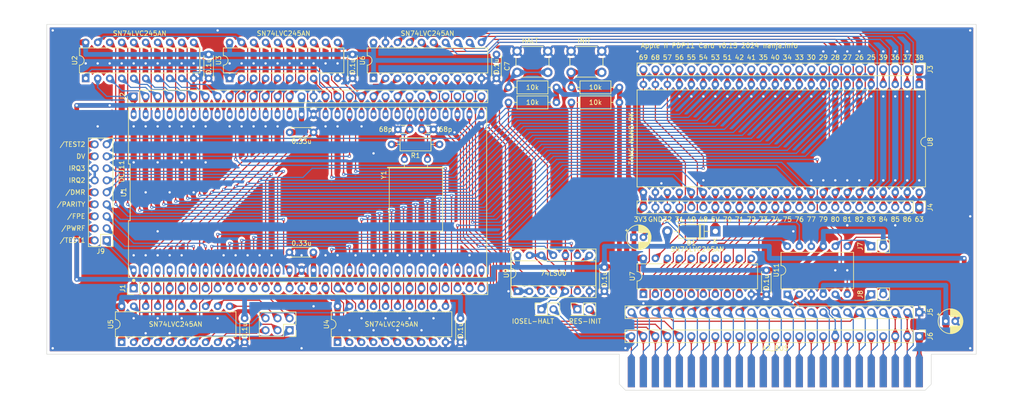
<source format=kicad_pcb>
(kicad_pcb (version 20240108) (generator "pcbnew") (generator_version "8.0")
  (layers (0 "F.Cu" signal) (31 "B.Cu" signal) (34 "B.Paste" user) (35 "F.Paste" user) (36 "B.SilkS" user "B.Silkscreen") (37 "F.SilkS" user "F.Silkscreen") (38 "B.Mask" user) (39 "F.Mask" user) (44 "Edge.Cuts" user))
  (net 0 "")
  (net 1 "Net-(A1BUS1-A6)")
  (net 2 "Net-(A1BUS1-A14)")
  (net 3 "Net-(A1BUS1-D6)")
  (net 4 "Net-(A1BUS1-INT_IN)")
  (net 5 "Net-(A1BUS1-A0)")
  (net 6 "Net-(A1BUS1-A3)")
  (net 7 "Net-(A1BUS1-D7)")
  (net 8 "Net-(A1BUS1-A11)")
  (net 9 "Net-(A1BUS1-~{RES})")
  (net 10 "Net-(A1BUS1-D1)")
  (net 11 "Net-(A1BUS1-RDY)")
  (net 12 "Net-(A1BUS1--12V)")
  (net 13 "Net-(A1BUS1-A4)")
  (net 14 "Net-(A1BUS1-Q3)")
  (net 15 "Net-(A1BUS1-D5)")
  (net 16 "Net-(A1BUS1-D2)")
  (net 17 "Net-(A1BUS1-7M)")
  (net 18 "Net-(A1BUS1-+12V)")
  (net 19 "Net-(A1BUS1-A8)")
  (net 20 "Net-(A1BUS1-A2)")
  (net 21 "GND")
  (net 22 "Net-(A1BUS1-R{slash}~{W})")
  (net 23 "Net-(A1BUS1-A10)")
  (net 24 "Net-(A1BUS1-~{M2SEL})")
  (net 25 "Net-(A1BUS1-~{INH})")
  (net 26 "+5V")
  (net 27 "Net-(A1BUS1-ø1)")
  (net 28 "Net-(A1BUS1-ø0)")
  (net 29 "Net-(A1BUS1-A13)")
  (net 30 "Net-(A1BUS1-COLREF)")
  (net 31 "Net-(A1BUS1-D0)")
  (net 32 "Net-(A1BUS1-A1)")
  (net 33 "Net-(A1BUS1-A9)")
  (net 34 "Net-(A1BUS1-~{STROBE})")
  (net 35 "Net-(A1BUS1--5V)")
  (net 36 "Net-(A1BUS1-~{I{slash}O_SEL})")
  (net 37 "Net-(A1BUS1-~{DMA})")
  (net 38 "Net-(A1BUS1-~{NMI})")
  (net 39 "Net-(A1BUS1-D4)")
  (net 40 "Net-(A1BUS1-A7)")
  (net 41 "Net-(A1BUS1-~{DEVSEL})")
  (net 42 "Net-(A1BUS1-A12)")
  (net 43 "Net-(A1BUS1-~{SYNC})")
  (net 44 "Net-(A1BUS1-D3)")
  (net 45 "Net-(A1BUS1-~{IRQ})")
  (net 46 "Net-(A1BUS1-DMA_IN)")
  (net 47 "Net-(A1BUS1-A15)")
  (net 48 "Net-(A1BUS1-A5)")
  (net 49 "Net-(J2-Pin_24)")
  (net 50 "Net-(J2-Pin_25)")
  (net 51 "+3.3V")
  (net 52 "Net-(D1-K)")
  (net 53 "/DAL17")
  (net 54 "/{slash}EVENT")
  (net 55 "/{slash}MISS")
  (net 56 "/{slash}PARITY")
  (net 57 "/MAP")
  (net 58 "/{slash}FPE")
  (net 59 "/AIO1")
  (net 60 "Net-(J1-Pin_9)")
  (net 61 "/DAL16")
  (net 62 "/IRQ1")
  (net 63 "Net-(J1-Pin_30)")
  (net 64 "/DAL21")
  (net 65 "/DAL19")
  (net 66 "/AIO3")
  (net 67 "/IRQ2")
  (net 68 "/IRQ3")
  (net 69 "/AIO0")
  (net 70 "Net-(J1-Pin_20)")
  (net 71 "/{slash}DMR")
  (net 72 "/BS0")
  (net 73 "/AIO2")
  (net 74 "Net-(J1-Pin_29)")
  (net 75 "/DAL20")
  (net 76 "/{slash}TEST1")
  (net 77 "/BS1")
  (net 78 "/IRQ0")
  (net 79 "/DAL18")
  (net 80 "/{slash}PWRF")
  (net 81 "Net-(J2-Pin_1)")
  (net 82 "Net-(J2-Pin_22)")
  (net 83 "Net-(J2-Pin_20)")
  (net 84 "/DV")
  (net 85 "/{slash}TEST2")
  (net 86 "Net-(J2-Pin_23)")
  (net 87 "Net-(J2-Pin_28)")
  (net 88 "/{slash}CONT")
  (net 89 "Net-(J2-Pin_27)")
  (net 90 "Net-(J2-Pin_26)")
  (net 91 "Net-(J2-Pin_21)")
  (net 92 "/DAL14")
  (net 93 "/D1")
  (net 94 "/{slash}DALLO_OE")
  (net 95 "/DAL7")
  (net 96 "/DAL10")
  (net 97 "/DAL4")
  (net 98 "/DAL5")
  (net 99 "/DAL2")
  (net 100 "Net-(J3-Pin_1)")
  (net 101 "Net-(J3-Pin_3)")
  (net 102 "Net-(J3-Pin_4)")
  (net 103 "/DAL1")
  (net 104 "/DAL8")
  (net 105 "Net-(J3-Pin_2)")
  (net 106 "/DAL3")
  (net 107 "/DAL12")
  (net 108 "/DAL15")
  (net 109 "/DAL6")
  (net 110 "/DAL9")
  (net 111 "/D0")
  (net 112 "/DAL13")
  (net 113 "/DAL11")
  (net 114 "/DAL0")
  (net 115 "/{slash}NXM")
  (net 116 "/D4")
  (net 117 "/{slash}SCTL")
  (net 118 "/A2")
  (net 119 "/A0")
  (net 120 "/{slash}BUFCTL")
  (net 121 "/R{slash}W")
  (net 122 "/{slash}DEVSEL")
  (net 123 "/A1")
  (net 124 "/D5")
  (net 125 "/CLK")
  (net 126 "/A3")
  (net 127 "/D3")
  (net 128 "/D2")
  (net 129 "/{slash}ALE")
  (net 130 "Net-(R4-Pad1)")
  (net 131 "Net-(U4-~{OE})")
  (net 132 "Net-(U9-Pad12)")
  (net 133 "Net-(J7-Pin_1)")
  (net 134 "Net-(J2-Pin_11)")
  (net 135 "Net-(J2-Pin_17)")
  (net 136 "Net-(J2-Pin_9)")
  (net 137 "Net-(J2-Pin_6)")
  (net 138 "Net-(J2-Pin_13)")
  (net 139 "Net-(J2-Pin_8)")
  (net 140 "Net-(J2-Pin_14)")
  (net 141 "Net-(J2-Pin_2)")
  (net 142 "Net-(J2-Pin_12)")
  (net 143 "Net-(J2-Pin_5)")
  (net 144 "Net-(J2-Pin_3)")
  (net 145 "Net-(J2-Pin_7)")
  (net 146 "Net-(J2-Pin_18)")
  (net 147 "Net-(J2-Pin_10)")
  (net 148 "Net-(J2-Pin_4)")
  (net 149 "/D7")
  (net 150 "/D6")
  (net 151 "Net-(R2-Pad1)")
  (net 152 "Net-(J8-Pin_1)")
  (net 153 "Net-(JP1-A)")
  (net 154 "Net-(JP2-A)")
  (net 155 "Net-(J10-Pin_2)")
  (net 156 "Net-(J10-Pin_3)")
  (net 157 "Net-(J10-Pin_6)")
  (net 158 "Net-(J10-Pin_1)")
  (net 159 "Net-(J10-Pin_5)")
  (net 160 "Net-(J10-Pin_4)")
  (footprint "Connector_PinSocket_2.54mm:PinSocket_2x03_P2.54mm_Vertical" (layer "F.Cu") (at 114.935 121.92 -90)
    (property "Reference" "J10" (hide yes))
    (property "Value" "~")
  )
  (footprint "Diode_THT:D_DO-41_SOD81_P10.16mm_Horizontal" (layer "F.Cu") (at 205.105 100.965 180)
    (property "Reference" "D1")
    (property "Value" "1N4001")
  )
  (footprint "Connector_PinHeader_2.54mm:PinHeader_1x24_P2.54mm_Vertical" (layer "F.Cu") (at 248.285 66.675 -90)
    (property "Reference" "J3")
    (property "Value" "TN9A")
  )
  (footprint "Apple2_bus:C_Disc_D3.0mm_W1.6mm_P2.54mm" (layer "F.Cu") (at 140.375 79.375 180)
    (property "Reference" "C2" (hide yes))
    (property "Value" "68p")
  )
  (footprint "Apple2_bus:C_Disc_D4.3mm_W1.9mm_P5.08mm" (layer "F.Cu") (at 151.13 119.38 -90)
    (property "Reference" "C9" (hide yes))
    (property "Value" "0.1u")
  )
  (footprint "Package_DIP:DIP-20_W7.62mm" (layer "F.Cu") (at 132.715 68.58 90)
    (property "Reference" "U6")
    (property "Value" "SN74LVC245AN")
  )
  (footprint "Package_DIP:DIP-20_W7.62mm" (layer "F.Cu") (at 71.755 68.58 90)
    (property "Reference" "U2")
    (property "Value" "SN74LVC245AN")
  )
  (footprint "Package_DIP:DIP-20_W7.62mm" (layer "F.Cu") (at 189.865 114.3 90)
    (property "Reference" "U7")
    (property "Value" "SN74LVC245AN")
  )
  (footprint "Connector_PinHeader_2.54mm:PinHeader_1x30_P2.54mm_Vertical" (layer "F.Cu") (at 81.915 72.39 90)
    (property "Reference" "J2")
    (property "Value" "DCJ11B")
  )
  (footprint "Apple2_bus:CP_Radial_D5.0mm_P2.00mm" (layer "F.Cu") (at 253.905 120.015)
    (property "Reference" "C12" (hide yes))
    (property "Value" "10u")
  )
  (footprint "Connector_PinHeader_2.54mm:PinHeader_2x01_P2.54mm_Vertical" (layer "F.Cu") (at 168.275 117.475)
    (property "Reference" "JP2" (hide yes))
    (property "Value" "IOSEL-HALT")
  )
  (footprint "Apple2_bus:BUS_A2" (layer "F.Cu") (at 210.185 130.81)
    (property "Reference" "A1BUS1" (hide yes))
    (property "Value" "A2_BUS")
  )
  (footprint "Connector_PinHeader_2.54mm:PinHeader_1x02_P2.54mm_Vertical" (layer "F.Cu") (at 238.12 104.14 90)
    (property "Reference" "J7")
    (property "Value" "3V3")
  )
  (footprint "Button_Switch_THT:SW_PUSH_6mm_H4.3mm" (layer "F.Cu") (at 181.05 67.31 180)
    (property "Reference" "SW2" (hide yes))
    (property "Value" "INIT")
  )
  (footprint "Apple2_bus:DIP-14_W7.62mm_Socket" (layer "F.Cu") (at 163.195 113.665 90)
    (property "Reference" "U9")
    (property "Value" "74LS00")
  )
  (footprint "Package_DIP:DIP-20_W7.62mm" (layer "F.Cu") (at 79.375 124.46 90)
    (property "Reference" "U5")
    (property "Value" "SN74LVC245AN")
  )
  (footprint "Resistor_THT:R_Axial_DIN0207_L6.3mm_D2.5mm_P10.16mm_Horizontal" (layer "F.Cu") (at 146.685 82.55 180)
    (property "Reference" "R1")
    (property "Value" "1M")
  )
  (footprint "Resistor_THT:R_Axial_DIN0207_L6.3mm_D2.5mm_P10.16mm_Horizontal" (layer "F.Cu") (at 174.625 73.66)
    (property "Reference" "R5" (hide yes))
    (property "Value" "10k")
  )
  (footprint "Connector_PinHeader_2.54mm:PinHeader_1x02_P2.54mm_Vertical" (layer "F.Cu") (at 238.125 114.3 90)
    (property "Reference" "J8")
    (property "Value" "5V")
  )
  (footprint "Apple2_bus:C_Disc_D4.3mm_W1.9mm_P5.08mm" (layer "F.Cu") (at 105.41 119.38 -90)
    (property "Reference" "C8" (hide yes))
    (property "Value" "0.1u")
  )
  (footprint "Button_Switch_THT:SW_PUSH_6mm_H4.3mm" (layer "F.Cu") (at 169.62 67.31 180)
    (property "Reference" "SW1" (hide yes))
    (property "Value" "HALT")
  )
  (footprint "Apple2_bus:C_Disc_D4.3mm_W1.9mm_P5.08mm" (layer "F.Cu") (at 119.975 105.41 180)
    (property "Reference" "C4" (hide yes))
    (property "Value" "0.33u")
  )
  (footprint "Apple2_bus:C_Disc_D4.3mm_W1.9mm_P5.08mm" (layer "F.Cu") (at 114.935 80.01)
    (property "Reference" "C3" (hide yes))
    (property "Value" "0.33u")
  )
  (footprint "Apple2_bus:AE-LCNV4-MOSFET" (layer "F.Cu") (at 220.345 114.3 90)
    (property "Reference" "U11")
    (property "Value" "AE-LCNV4-MOSFET")
  )
  (footprint "Resistor_THT:R_Axial_DIN0207_L6.3mm_D2.5mm_P10.16mm_Horizontal" (layer "F.Cu") (at 161.29 70.485)
    (property "Reference" "R2" (hide yes))
    (property "Value" "10k")
  )
  (footprint "Apple2_bus:CP_Radial_D5.0mm_P2.00mm" (layer "F.Cu") (at 187.865 102.235)
    (property "Reference" "C11" (hide yes))
    (property "Value" "10u")
  )
  (footprint "Package_DIP:DIP-20_W7.62mm" (layer "F.Cu") (at 125.095 124.46 90)
    (property "Reference" "U4")
    (property "Value" "SN74LVC245AN")
  )
  (footprint "Apple2_bus:C_Disc_D3.0mm_W1.6mm_P2.54mm" (layer "F.Cu") (at 142.915 79.375)
    (property "Reference" "C1" (hide yes))
    (property "Value" "68p")
  )
  (footprint "Connector_PinHeader_2.54mm:PinHeader_1x24_P2.54mm_Vertical" (layer "F.Cu") (at 248.285 95.885 -90)
    (property "Reference" "J4")
    (property "Value" "TN9A")
  )
  (footprint "Connector_PinHeader_2.54mm:PinHeader_1x25_P2.54mm_Vertical" (layer "F.Cu") (at 248.285 118.11 -90)
    (property "Reference" "J5")
    (property "Value" "A2BUSA")
  )
  (footprint "Connector_PinHeader_2.54mm:PinHeader_2x09_P2.54mm_Vertical" (layer "F.Cu") (at 76.2 102.87 180)
    (property "Reference" "J9")
    (property "Value" "Jumper")
  )
  (footprint "Crystal:Crystal_HC18-U_Horizontal" (layer "F.Cu") (at 139.245 85.725)
    (property "Reference" "Y1")
    (property "Value" "18M")
  )
  (footprint "Apple2_bus:C_Disc_D4.3mm_W1.9mm_P5.08mm" (layer "F.Cu") (at 158.75 63.5 -90)
    (property "Reference" "C7")
    (property "Value" "0.1u")
  )
  (footprint "Apple2_bus:TangNano9K" (layer "F.Cu") (at 248.285 69.855 -90)
    (property "Reference" "U8")
    (property "Value" "TangNano9K")
  )
  (footprint "Connector_PinHeader_2.54mm:PinHeader_2x01_P2.54mm_Vertical" (layer "F.Cu") (at 175.895 117.475)
    (property "Reference" "JP1" (hide yes))
    (property "Value" "RES-INIT")
  )
  (footprint "Apple2_bus:C_Disc_D4.3mm_W1.9mm_P5.08mm" (layer "F.Cu") (at 97.79 63.5 -90)
    (property "Reference" "C5" (hide yes))
    (property "Value" "0.1u")
  )
  (footprint "Resistor_THT:R_Axial_DIN0207_L6.3mm_D2.5mm_P10.16mm_Horizontal" (layer "F.Cu") (at 174.625 70.485)
    (property "Reference" "R4" (hide yes))
    (property "Value" "10k")
  )
  (footprint "Apple2_bus:C_Disc_D4.3mm_W1.9mm_P5.08mm" (layer "F.Cu") (at 181.61 108.585 -90)
    (property "Reference" "C13" (hide yes))
    (property "Value" "0.1u")
  )
  (footprint "Apple2_bus:C_Disc_D4.3mm_W1.9mm_P5.08mm" (layer "F.Cu") (at 128.27 63.5 -90)
    (property "Reference" "C6" (hide yes))
    (property "Value" "0.1u")
  )
  (footprint "Apple2_bus:C_Disc_D4.3mm_W1.9mm_P5.08mm" (layer "F.Cu") (at 215.9 109.22 -90)
    (property "Reference" "C10" (hide yes))
    (property "Value" "0.1u")
  )
  (footprint "Package_DIP:DIP-20_W7.62mm" (layer "F.Cu") (at 102.235 68.58 90)
    (property "Reference" "U3")
    (property "Value" "SN74LVC245AN")
  )
  (footprint "Apple2_bus:DCJ11" (layer "F.Cu") (at 118.745 92.71)
    (property "Reference" "U1")
    (property "Value" "DCJ11")
  )
  (footprint "Resistor_THT:R_Axial_DIN0207_L6.3mm_D2.5mm_P10.16mm_Horizontal" (layer "F.Cu") (at 161.29 73.66)
    (property "Reference" "R3" (hide yes))
    (property "Value" "10k")
  )
  (footprint "Connector_PinHeader_2.54mm:PinHeader_1x30_P2.54mm_Vertical" (layer "F.Cu") (at 81.915 113.03 90)
    (property "Reference" "J1")
    (property "Value" "DCJ11A")
  )
  (footprint "Connector_PinHeader_2.54mm:PinHeader_1x25_P2.54mm_Vertical" (layer "F.Cu") (at 248.285 123.19 -90)
    (property "Reference" "J6")
    (property "Value" "A2BUSB")
  )
  (gr_poly (pts (xy 260.35 127) (xy 250.825 127) (xy 250.825 133.35) (xy 249.555 134.62) (xy 186.054996 134.62) (xy 184.784996 133.35) (xy 184.785 127) (xy 63.5 127) (xy 63.5 76.2) (xy 63.5 57.15) (xy 260.35 57.15)) (stroke (width 0.1)) (fill none) (layer "Edge.Cuts"))
  (gr_text "/PARITY" (at 71.755 95.25 0) (layer "F.SilkS") (effects (font (size 1 1) (thickness 0.16)) (justify right)))
  (gr_text "/DMR" (at 71.755 92.71 0) (layer "F.SilkS") (effects (font (size 1 1) (thickness 0.16)) (justify right)))
  (gr_text "IRQ3" (at 71.755 87.63 0) (layer "F.SilkS") (effects (font (size 1 1) (thickness 0.16)) (justify right)))
  (gr_text "DV" (at 71.755 85.09 0) (layer "F.SilkS") (effects (font (size 1 1) (thickness 0.16)) (justify right)))
  (gr_text "/FPE" (at 71.755 97.79 0) (layer "F.SilkS") (effects (font (size 1 1) (thickness 0.16)) (justify right)))
  (gr_text "/PWRF" (at 71.755 100.33 0) (layer "F.SilkS") (effects (font (size 1 1) (thickness 0.16)) (justify right)))
  (gr_text "Apple II PDP11 Card v0.15 2024 nanja.info" (at 189.23 62.23 0) (layer "F.SilkS") (effects (font (size 1 1) (thickness 0.16) (bold yes)) (justify left bottom)))
  (gr_text "/TEST2" (at 71.755 82.55 0) (layer "F.SilkS") (effects (font (size 1 1) (thickness 0.16)) (justify right)))
  (gr_text "IRQ2" (at 71.755 90.17 0) (layer "F.SilkS") (effects (font (size 1 1) (thickness 0.16)) (justify right)))
  (gr_text "/TEST1" (at 71.755 102.87 0) (layer "F.SilkS") (effects (font (size 1 1) (thickness 0.16)) (justify right)))
  (segment (start 205.105 123.19) (end 205.105 130.81) (width 0.25) (layer "F.Cu") (net 1))
  (segment (start 225.425 123.19) (end 225.425 130.81) (width 0.25) (layer "F.Cu") (net 2))
  (segment (start 206.375 111.125) (end 210.185 107.315) (width 0.25) (layer "F.Cu") (net 3))
  (segment (start 206.375 116.84) (end 206.375 111.125) (width 0.25) (layer "F.Cu") (net 3))
  (segment (start 205.105 118.11) (end 206.375 116.84) (width 0.25) (layer "F.Cu") (net 3))
  (segment (start 205.105 126.365) (end 205.105 130.81) (width 0.25) (layer "B.Cu") (net 3))
  (segment (start 206.375 119.38) (end 206.375 125.095) (width 0.25) (layer "B.Cu") (net 3))
  (segment (start 205.105 118.11) (end 206.375 119.38) (width 0.25) (layer "B.Cu") (net 3))
  (segment (start 206.375 125.095) (end 205.105 126.365) (width 0.25) (layer "B.Cu") (net 3))
  (segment (start 243.205 123.19) (end 243.205 118.11) (width 0.25) (layer "F.Cu") (net 4))
  (segment (start 243.205 123.19) (end 243.205 130.81) (width 0.25) (layer "F.Cu") (net 4))
  (segment (start 244.475 119.38) (end 243.205 118.11) (width 0.25) (layer "B.Cu") (net 4))
  (segment (start 243.205 126.365) (end 244.475 125.095) (width 0.25) (layer "B.Cu") (net 4))
  (segment (start 243.205 130.81) (end 243.205 126.365) (width 0.25) (layer "B.Cu") (net 4))
  (segment (start 244.475 125.095) (end 244.475 119.38) (width 0.25) (layer "B.Cu") (net 4))
  (segment (start 145.415 69.85) (end 145.415 68.58) (width 0.25) (layer "F.Cu") (net 5))
  (segment (start 188.595 121.92) (end 164.465 121.92) (width 0.25) (layer "F.Cu") (net 5))
  (segment (start 151.13 83.185) (end 146.685 78.74) (width 0.25) (layer "F.Cu") (net 5))
  (segment (start 156.845 108.585) (end 151.13 102.87) (width 0.25) (layer "F.Cu") (net 5))
  (segment (start 146.685 71.12) (end 145.415 69.85) (width 0.25) (layer "F.Cu") (net 5))
  (segment (start 189.865 123.19) (end 188.595 121.92) (width 0.25) (layer "F.Cu") (net 5))
  (segment (start 146.685 78.74) (end 146.685 71.12) (width 0.25) (layer "F.Cu") (net 5))
  (segment (start 156.845 114.3) (end 156.845 108.585) (width 0.25) (layer "F.Cu") (net 5))
  (segment (start 189.865 123.19) (end 189.865 130.81) (width 0.25) (layer "F.Cu") (net 5))
  (segment (start 151.13 102.87) (end 151.13 83.185) (width 0.25) (layer "F.Cu") (net 5))
  (segment (start 164.465 121.92) (end 156.845 114.3) (width 0.25) (layer "F.Cu") (net 5))
  (segment (start 166.37 120.015) (end 158.75 112.395) (width 0.25) (layer "F.Cu") (net 6))
  (segment (start 194.31 120.015) (end 166.37 120.015) (width 0.25) (layer "F.Cu") (net 6))
  (segment (start 158.75 112.395) (end 158.75 105.41) (width 0.25) (layer "F.Cu") (net 6))
  (segment (start 197.485 123.19) (end 197.485 130.81) (width 0.25) (layer "F.Cu") (net 6))
  (segment (start 154.305 100.965) (end 154.305 71.12) (width 0.25) (layer "F.Cu") (net 6))
  (segment (start 158.75 105.41) (end 154.305 100.965) (width 0.25) (layer "F.Cu") (net 6))
  (segment (start 154.305 71.12) (end 153.035 69.85) (width 0.25) (layer "F.Cu") (net 6))
  (segment (start 153.035 69.85) (end 153.035 68.58) (width 0.25) (layer "F.Cu") (net 6))
  (segment (start 197.485 123.19) (end 194.31 120.015) (width 0.25) (layer "F.Cu") (net 6))
  (segment (start 208.915 116.84) (end 208.915 111.125) (width 0.25) (layer "F.Cu") (net 7))
  (segment (start 207.645 118.11) (end 208.915 116.84) (width 0.25) (layer "F.Cu") (net 7))
  (segment (start 208.915 111.125) (end 212.725 107.315) (width 0.25) (layer "F.Cu") (net 7))
  (segment (start 208.915 119.38) (end 208.915 125.095) (width 0.25) (layer "B.Cu") (net 7))
  (segment (start 208.915 125.095) (end 207.645 126.365) (width 0.25) (layer "B.Cu") (net 7))
  (segment (start 207.645 126.365) (end 207.645 130.81) (width 0.25) (layer "B.Cu") (net 7))
  (segment (start 207.645 118.11) (end 208.915 119.38) (width 0.25) (layer "B.Cu") (net 7))
  (segment (start 217.805 123.19) (end 217.805 130.81) (width 0.25) (layer "F.Cu") (net 8))
  (segment (start 196.215 120.015) (end 195.58 119.38) (width 0.25) (layer "F.Cu") (net 9))
  (segment (start 235.585 118.11) (end 233.68 120.015) (width 0.25) (layer "F.Cu") (net 9))
  (segment (start 233.68 120.015) (end 196.215 120.015) (width 0.25) (layer "F.Cu") (net 9))
  (segment (start 180.34 119.38) (end 178.435 117.475) (width 0.25) (layer "F.Cu") (net 9))
  (segment (start 195.58 119.38) (end 180.34 119.38) (width 0.25) (layer "F.Cu") (net 9))
  (segment (start 236.855 125.095) (end 235.585 126.365) (width 0.25) (layer "B.Cu") (net 9))
  (segment (start 235.585 118.11) (end 236.855 119.38) (width 0.25) (layer "B.Cu") (net 9))
  (segment (start 236.855 119.38) (end 236.855 125.095) (width 0.25) (layer "B.Cu") (net 9))
  (segment (start 235.585 126.365) (end 235.585 130.81) (width 0.25) (layer "B.Cu") (net 9))
  (segment (start 193.675 116.84) (end 193.675 111.125) (width 0.25) (layer "F.Cu") (net 10))
  (segment (start 193.675 111.125) (end 197.485 107.315) (width 0.25) (layer "F.Cu") (net 10))
  (segment (start 192.405 118.11) (end 193.675 116.84) (width 0.25) (layer "F.Cu") (net 10))
  (segment (start 193.675 119.38) (end 193.675 125.095) (width 0.25) (layer "B.Cu") (net 10))
  (segment (start 192.405 126.365) (end 192.405 130.81) (width 0.25) (layer "B.Cu") (net 10))
  (segment (start 193.675 125.095) (end 192.405 126.365) (width 0.25) (layer "B.Cu") (net 10))
  (segment (start 192.405 118.11) (end 193.675 119.38) (width 0.25) (layer "B.Cu") (net 10))
  (segment (start 238.125 123.19) (end 238.125 130.81) (width 0.25) (layer "F.Cu") (net 11))
  (segment (start 230.505 118.11) (end 231.775 119.38) (width 0.25) (layer "B.Cu") (net 12))
  (segment (start 231.775 119.38) (end 231.775 125.095) (width 0.25) (layer "B.Cu") (net 12))
  (segment (start 231.775 125.095) (end 230.505 126.365) (width 0.25) (layer "B.Cu") (net 12))
  (segment (start 230.505 126.365) (end 230.505 130.81) (width 0.25) (layer "B.Cu") (net 12))
  (segment (start 200.025 123.19) (end 200.025 130.81) (width 0.25) (layer "F.Cu") (net 13))
  (segment (start 220.345 118.11) (end 221.615 119.38) (width 0.25) (layer "B.Cu") (net 14))
  (segment (start 221.615 119.38) (end 221.615 125.095) (width 0.25) (layer "B.Cu") (net 14))
  (segment (start 220.345 126.365) (end 220.345 130.81) (width 0.25) (layer "B.Cu") (net 14))
  (segment (start 221.615 125.095) (end 220.345 126.365) (width 0.25) (layer "B.Cu") (net 14))
  (segment (start 203.835 116.84) (end 203.835 111.125) (width 0.25) (layer "F.Cu") (net 15))
  (segment (start 202.565 118.11) (end 203.835 116.84) (width 0.25) (layer "F.Cu") (net 15))
  (segment (start 203.835 111.125) (end 207.645 107.315) (width 0.25) (layer "F.Cu") (net 15))
  (segment (start 203.835 119.38) (end 203.835 125.095) (width 0.25) (layer "B.Cu") (net 15))
  (segment (start 202.565 118.11) (end 203.835 119.38) (width 0.25) (layer "B.Cu") (net 15))
  (segment (start 202.565 126.365) (end 202.565 130.81) (width 0.25) (layer "B.Cu") (net 15))
  (segment (start 203.835 125.095) (end 202.565 126.365) (width 0.25) (layer "B.Cu") (net 15))
  (segment (start 196.215 116.84) (end 196.215 111.125) (width 0.25) (layer "F.Cu") (net 16))
  (segment (start 196.215 111.125) (end 200.025 107.315) (width 0.25) (layer "F.Cu") (net 16))
  (segment (start 194.945 118.11) (end 196.215 116.84) (width 0.25) (layer "F.Cu") (net 16))
  (segment (start 196.215 119.38) (end 196.215 125.095) (width 0.25) (layer "B.Cu") (net 16))
  (segment (start 196.215 125.095) (end 194.945 126.365) (width 0.25) (layer "B.Cu") (net 16))
  (segment (start 194.945 118.11) (end 196.215 119.38) (width 0.25) (layer "B.Cu") (net 16))
  (segment (start 194.945 126.365) (end 194.945 130.81) (width 0.25) (layer "B.Cu") (net 16))
  (segment (start 222.885 126.365) (end 222.885 130.81) (width 0.25) (layer "B.Cu") (net 17))
  (segment (start 222.885 118.11) (end 224.155 119.38) (width 0.25) (layer "B.Cu") (net 17))
  (segment (start 224.155 125.095) (end 222.885 126.365) (width 0.25) (layer "B.Cu") (net 17))
  (segment (start 224.155 119.38) (end 224.155 125.095) (width 0.25) (layer "B.Cu") (net 17))
  (segment (start 188.595 119.38) (end 188.595 125.095) (width 0.25) (layer "B.Cu") (net 18))
  (segment (start 187.325 126.365) (end 187.325 130.81) (width 0.25) (layer "B.Cu") (net 18))
  (segment (start 188.595 125.095) (end 187.325 126.365) (width 0.25) (layer "B.Cu") (net 18))
  (segment (start 187.325 118.11) (end 188.595 119.38) (width 0.25) (layer "B.Cu") (net 18))
  (segment (start 210.185 123.19) (end 210.185 130.81) (width 0.25) (layer "F.Cu") (net 19))
  (segment (start 151.765 71.12) (end 150.495 69.85) (width 0.25) (layer "F.Cu") (net 20))
  (segment (start 158.115 113.031396) (end 158.115 106.045) (width 0.25) (layer "F.Cu") (net 20))
  (segment (start 153.035 79.375) (end 151.765 78.105) (width 0.25) (layer "F.Cu") (net 20))
  (segment (start 153.035 100.965) (end 153.035 79.375) (width 0.25) (layer "F.Cu") (net 20))
  (segment (start 192.405 120.65) (end 165.733604 120.65) (width 0.25) (layer "F.Cu") (net 20))
  (segment (start 158.115 106.045) (end 153.035 100.965) (width 0.25) (layer "F.Cu") (net 20))
  (segment (start 165.733604 120.65) (end 158.115 113.031396) (width 0.25) (layer "F.Cu") (net 20))
  (segment (start 194.945 123.19) (end 194.945 130.81) (width 0.25) (layer "F.Cu") (net 20))
  (segment (start 194.945 123.19) (end 192.405 120.65) (width 0.25) (layer "F.Cu") (net 20))
  (segment (start 150.495 69.85) (end 150.495 68.58) (width 0.25) (layer "F.Cu") (net 20))
  (segment (start 151.765 78.105) (end 151.765 71.12) (width 0.25) (layer "F.Cu") (net 20))
  (segment (start 135.255 63.5) (end 133.35 63.5) (width 0.5) (layer "F.Cu") (net 21))
  (segment (start 99.695 58.42) (end 99.695 66.675) (width 0.5) (layer "F.Cu") (net 21))
  (segment (start 118.11 111.125) (end 117.475 111.125) (width 0.5) (layer "F.Cu") (net 21))
  (segment (start 117.475 113.03) (end 117.475 125.73) (width 0.5) (layer "F.Cu") (net 21))
  (segment (start 121.285 74.93) (end 120.015 76.2) (width 0.5) (layer "F.Cu") (net 21))
  (segment (start 118.745 110.49) (end 118.11 111.125) (width 0.5) (layer "F.Cu") (net 21))
  (segment (start 255.905 118.11) (end 248.285 118.11) (width 0.5) (layer "F.Cu") (net 21))
  (segment (start 133.35 63.5) (end 128.27 68.58) (width 0.5) (layer "F.Cu") (net 21))
  (segment (start 212.725 114.3) (end 215.9 114.3) (width 0.5) (layer "F.Cu") (net 21))
  (segment (start 135.255 60.96) (end 135.255 63.5) (width 0.5) (layer "F.Cu") (net 21))
  (segment (start 120.015 72.39) (end 120.015 73.66) (width 0.5) (layer "F.Cu") (net 21))
  (segment (start 120.015 73.66) (end 121.285 74.93) (width 0.5) (layer "F.Cu") (net 21))
  (segment (start 117.475 111.125) (end 117.475 113.03) (width 0.5) (layer "F.Cu") (net 21))
  (segment (start 189.865 101.6) (end 189.865 102.235) (width 0.5) (layer "F.Cu") (net 21))
  (segment (start 117.475 109.22) (end 118.745 110.49) (width 0.5) (layer "F.Cu") (net 21))
  (segment (start 192.405 92.645) (end 192.405 99.06) (width 0.5) (layer "F.Cu") (net 21))
  (segment (start 192.405 99.06) (end 189.865 101.6) (width 0.5) (layer "F.Cu") (net 21))
  (segment (start 255.905 120.015) (end 255.905 118.11) (width 0.5) (layer "F.Cu") (net 21))
  (segment (start 99.695 66.675) (end 97.79 68.58) (width 0.5) (layer "F.Cu") (net 21))
  (via (at 188.595 62.865) (size 0.8) (drill 0.5) (layers "F.Cu" "B.Cu") (net 21))
  (via (at 81.915 78.74) (size 0.8) (drill 0.5) (layers "F.Cu" "B.Cu") (net 21))
  (via (at 100.965 106.045) (size 0.8) (drill 0.5) (layers "F.Cu" "B.Cu") (net 21))
  (via (at 122.555 65.405) (size 0.8) (drill 0.5) (layers "F.Cu" "B.Cu") (net 21))
  (via (at 205.105 72.39) (size 0.8) (drill 0.5) (layers "F.Cu" "B.Cu") (net 21))
  (via (at 230.505 72.39) (size 0.8) (drill 0.5) (layers "F.Cu" "B.Cu") (net 21))
  (via (at 227.965 72.39) (size 0.8) (drill 0.5) (layers "F.Cu" "B.Cu") (net 21))
  (via (at 235.585 62.865) (size 0.8) (drill 0.5) (layers "F.Cu" "B.Cu") (net 21))
  (via (at 92.075 86.36) (size 0.8) (drill 0.5) (layers "F.Cu" "B.Cu") (net 21))
  (via (at 140.335 106.045) (size 0.8) (drill 0.5) (layers "F.Cu" "B.Cu") (net 21))
  (via (at 230.505 62.865) (size 0.8) (drill 0.5) (layers "F.Cu" "B.Cu") (net 21))
  (via (at 92.075 119.38) (size 0.8) (drill 0.5) (layers "F.Cu" "B.Cu") (net 21))
  (via (at 221.615 100.965) (size 0.8) (drill 0.5) (layers "F.Cu" "B.Cu") (net 21))
  (via (at 238.125 72.39) (size 0.8) (drill 0.5) (layers "F.Cu" "B.Cu") (net 21))
  (via (at 106.045 106.045) (size 0.8) (drill 0.5) (layers "F.Cu" "B.Cu") (net 21))
  (via (at 102.235 78.74) (size 0.8) (drill 0.5) (layers "F.Cu" "B.Cu") (net 21))
  (via (at 79.375 92.71) (size 0.8) (drill 0.5) (layers "F.Cu" "B.Cu") (net 21))
  (via (at 104.775 65.405) (size 0.8) (drill 0.5) (layers "F.Cu" "B.Cu") (net 21))
  (via (at 202.565 90.17) (size 0.8) (drill 0.5) (layers "F.Cu" "B.Cu") (net 21))
  (via (at 86.995 78.74) (size 0.8) (drill 0.5) (layers "F.Cu" "B.Cu") (net 21))
  (via (at 161.29 113.665) (size 0.8) (drill 0.5) (layers "F.Cu" "B.Cu") (net 21))
  (via (at 92.075 106.045) (size 0.8) (drill 0.5) (layers "F.Cu" "B.Cu") (net 21))
  (via (at 120.015 65.405) (size 0.8) (drill 0.5) (layers "F.Cu" "B.Cu") (net 21))
  (via (at 233.045 62.865) (size 0.8) (drill 0.5) (layers "F.Cu" "B.Cu") (net 21))
  (via (at 243.205 62.865) (size 0.8) (drill 0.5) (layers "F.Cu" "B.Cu") (net 21))
  (via (at 233.045 99.695) (size 0.8) (drill 0.5) (layers "F.Cu" "B.Cu") (net 21))
  (via (at 233.045 109.22) (size 0.8) (drill 0.5) (layers "F.Cu" "B.Cu") (net 21))
  (via (at 240.665 62.865) (size 0.8) (drill 0.5) (layers "F.Cu" "B.Cu") (net 21))
  (via (at 259.08 125.73) (size 0.8) (drill 0.5) (layers "F.Cu" "B.Cu") (net 21))
  (via (at 97.155 78.74) (size 0.8) (drill 0.5) (layers "F.Cu" "B.Cu") (net 21))
  (via (at 122.555 78.74) (size 0.8) (drill 0.5) (layers "F.Cu" "B.Cu") (net 21))
  (via (at 197.485 72.39) (size 0.8) (drill 0.5) (layers "F.Cu" "B.Cu") (net 21))
  (via (at 235.585 72.39) (size 0.8) (drill 0.5) (layers "F.Cu" "B.Cu") (net 21))
  (via (at 86.995 86.36) (size 0.8) (drill 0.5) (layers "F.Cu" "B.Cu") (net 21))
  (via (at 132.715 121.92) (size 0.8) (drill 0.5) (layers "F.Cu" "B.Cu") (net 21))
  (via (at 111.125 106.045) (size 0.8) (drill 0.5) (layers "F.Cu" "B.Cu") (net 21))
  (via (at 217.805 72.39) (size 0.8) (drill 0.5) (layers "F.Cu" "B.Cu") (net 21))
  (via (at 74.295 78.74) (size 0.8) (drill 0.5) (layers "F.Cu" "B.Cu") (net 21))
  (via (at 225.425 72.39) (size 0.8) (drill 0.5) (layers "F.Cu" "B.Cu") (net 21))
  (via (at 81.915 65.405) (size 0.8) (drill 0.5) (layers "F.Cu" "B.Cu") (net 21))
  (via (at 109.855 78.74) (size 0.8) (drill 0.5) (layers "F.Cu" "B.Cu") (net 21))
  (via (at 240.665 72.39) (size 0.8) (drill 0.5) (layers "F.Cu" "B.Cu") (net 21))
  (via (at 120.015 116.84) (size 0.8) (drill 0.5) (layers "F.Cu" "B.Cu") (net 21))
  (via (at 125.095 65.405) (size 0.8) (drill 0.5) (layers "F.Cu" "B.Cu") (net 21))
  (via (at 122.555 106.045) (size 0.8) (drill 0.5) (layers "F.Cu" "B.Cu") (net 21))
  (via (at 243.205 72.39) (size 0.8) (drill 0.5) (layers "F.Cu" "B.Cu") (net 21))
  (via (at 207.645 72.39) (size 0.8) (drill 0.5) (layers "F.Cu" "B.Cu") (net 21))
  (via (at 259.08 58.42) (size 0.8) (drill 0.5) (layers "F.Cu" "B.Cu") (net 21))
  (via (at 81.915 106.045) (size 0.8) (drill 0.5) (layers "F.Cu" "B.Cu") (net 21))
  (via (at 145.415 119.38) (size 0.8) (drill 0.5) (layers "F.Cu" "B.Cu") (net 21))
  (via (at 117.475 125.73) (size 0.8) (drill 0.5) (layers "F.Cu" "B.Cu") (net 21))
  (via (at 94.615 92.71) (size 0.8) (drill 0.5) (layers "F.Cu" "B.Cu") (net 21))
  (via (at 193.675 90.805) (size 0.8) (drill 0.5) (layers "F.Cu" "B.Cu") (net 21))
  (via (at 128.905 106.045) (size 0.8) (drill 0.5) (layers "F.Cu" "B.Cu") (net 21))
  (via (at 238.125 90.17) (size 0.8) (drill 0.5) (layers "F.Cu" "B.Cu") (net 21))
  (via (at 142.875 106.045) (size 0.8) (drill 0.5) (layers "F.Cu" "B.Cu") (net 21))
  (via (at 107.315 65.405) (size 0.8) (drill 0.5) (layers "F.Cu" "B.Cu") (net 21))
  (via (at 149.86 80.01) (size 0.8) (drill 0.5) (layers "F.Cu" "B.Cu") (net 21))
  (via (at 227.965 90.17) (size 0.8) (drill 0.5) (layers "F.Cu" "B.Cu") (net 21))
  (via (at 189.865 116.205) (size 0.8) (drill 0.5) (layers "F.Cu" "B.Cu") (net 21))
  (via (at 215.265 72.39) (size 0.8) (drill 0.5) (layers "F.Cu" "B.Cu") (net 21))
  (via (at 84.455 65.405) (size 0.8) (drill 0.5) (layers "F.Cu" "B.Cu") (net 21))
  (via (at 107.315 78.74) (size 0.8) (drill 0.5) (layers "F.Cu" "B.Cu") (net 21))
  (via (at 86.995 119.38) (size 0.8) (drill 0.5) (layers "F.Cu" "B.Cu") (net 21))
  (via (at 81.915 119.38) (size 0.8) (drill 0.5) (layers "F.Cu" "B.Cu") (net 21))
  (via (at 243.205 90.17) (size 0.8) (drill 0.5) (layers "F.Cu" "B.Cu") (net 21))
  (via (at 86.995 106.045) (size 0.8) (drill 0.5) (layers "F.Cu" "B.Cu") (net 21))
  (via (at 245.745 90.17) (size 0.8) (drill 0.5) (layers "F.Cu" "B.Cu") (net 21))
  (via (at 132.715 106.045) (size 0.8) (drill 0.5) (layers "F.Cu" "B.Cu") (net 21))
  (via (at 64.77 125.73) (size 0.8) (drill 0.5) (layers "F.Cu" "B.Cu") (net 21))
  (via (at 125.095 106.045) (size 0.8) (drill 0.5) (layers "F.Cu" "B.Cu") (net 21))
  (via (at 94.615 78.74) (size 0.8) (drill 0.5) (layers "F.Cu" "B.Cu") (net 21))
  (via (at 117.475 65.405) (size 0.8) (drill 0.5) (layers "F.Cu" "B.Cu") (net 21))
  (via (at 210.185 72.39) (size 0.8) (drill 0.5) (layers "F.Cu" "B.Cu") (net 21))
  (via (at 227.965 62.865) (size 0.8) (drill 0.5) (layers "F.Cu" "B.Cu") (net 21))
  (via (at 86.995 100.965) (size 0.8) (drill 0.5) (layers "F.Cu" "B.Cu") (net 21))
  (via (at 76.835 65.405) (size 0.8) (drill 0.5) (layers "F.Cu" "B.Cu") (net 21))
  (via (at 230.505 109.22) (size 0.8) (drill 0.5) (layers "F.Cu" "B.Cu") (net 21))
  (via (at 84.455 92.71) (size 0.8) (drill 0.5) (layers "F.Cu" "B.Cu") (net 21))
  (via (at 112.395 78.74) (size 0.8) (drill 0.5) (layers "F.Cu" "B.Cu") (net 21))
  (via (at 142.875 121.92) (size 0.8) (drill 0.5) (layers "F.Cu" "B.Cu") (net 21))
  (via (at 132.715 84.455) (size 0.8) (drill 0.5) (layers "F.Cu" "B.Cu") (net 21))
  (via (at 84.455 78.74) (size 0.8) (drill 0.5) (layers "F.Cu" "B.Cu") (net 21))
  (via (at 145.415 106.045) (size 0.8) (drill 0.5) (layers "F.Cu" "B.Cu") (net 21))
  (via (at 137.795 121.92) (size 0.8) (drill 0.5) (layers "F.Cu" "B.Cu") (net 21))
  (via (at 235.585 90.17) (size 0.8) (drill 0.5) (layers "F.Cu" "B.Cu") (net 21))
  (via (at 97.155 86.36) (size 0.8) (drill 0.5) (layers "F.Cu" "B.Cu") (net 21))
  (via (at 99.695 58.42) (size 0.8) (drill 0.5) (layers "F.Cu" "B.Cu") (net 21))
  (via (at 130.175 119.38) (size 0.8) (drill 0.5) (layers "F.Cu" "B.Cu") (net 21))
  (via (at 74.295 65.405) (size 0.8) (drill 0.5) (layers "F.Cu" "B.Cu") (net 21))
  (via (at 89.535 92.71) (size 0.8) (drill 0.5) (layers "F.Cu" "B.Cu") (net 21))
  (via (at 89.535 106.045) (size 0.8) (drill 0.5) (layers "F.Cu" "B.Cu") (net 21))
  (via (at 114.935 65.405) (size 0.8) (drill 0.5) (layers "F.Cu" "B.Cu") (net 21))
  (via (at 86.995 65.405) (size 0.8) (drill 0.5) (layers "F.Cu" "B.Cu") (net 21))
  (via (at 92.075 65.405) (size 0.8) (drill 0.5) (layers "F.Cu" "B.Cu") (net 21))
  (via (at 245.745 72.39) (size 0.8) (drill 0.5) (layers "F.Cu" "B.Cu") (net 21))
  (via (at 117.475 106.045) (size 0.8) (drill 0.5) (layers "F.Cu" "B.Cu") (net 21))
  (via (at 137.795 106.045) (size 0.8) (drill 0.5) (layers "F.Cu" "B.Cu") (net 21))
  (via (at 99.695 119.38) (size 0.8) (drill 0.5) (layers "F.Cu" "B.Cu") (net 21))
  (via (at 84.455 122.555) (size 0.8) (drill 0.5) (layers "F.Cu" "B.Cu") (net 21))
  (via (at 153.035 106.045) (size 0.8) (drill 0.5) (layers "F.Cu" "B.Cu") (net 21))
  (via (at 248.285 90.17) (size 0.8) (drill 0.5) (layers "F.Cu" "B.Cu") (net 21))
  (via (at 102.235 65.405) (size 0.8) (drill 0.5) (layers "F.Cu" "B.Cu") (net 21))
  (via (at 243.205 99.695) (size 0.8) (drill 0.5) (layers "F.Cu" "B.Cu") (net 21))
  (via (at 89.535 78.74) (size 0.8) (drill 0.5) (layers "F.Cu" "B.Cu") (net 21))
  (via (at 64.77 58.42) (size 0.8) (drill 0.5) (layers "F.Cu" "B.Cu") (net 21))
  (via (at 108.585 106.045) (size 0.8) (drill 0.5) (layers "F.Cu" "B.Cu") (net 21))
  (via (at 89.535 65.405) (size 0.8) (drill 0.5) (layers "F.Cu" "B.Cu") (net 21))
  (via (at 212.725 72.39) (size 0.8) (drill 0.5) (layers "F.Cu" "B.Cu") (net 21))
  (via (at 220.345 72.39) (size 0.8) (drill 0.5) (layers "F.Cu" "B.Cu") (net 21))
  (via (at 233.045 90.17) (size 0.8) (drill 0.5) (layers "F.Cu" "B.Cu") (net 21))
  (via (at 222.885 72.39) (size 0.8) (drill 0.5) (layers "F.Cu" "B.Cu") (net 21))
  (via (at 71.755 65.405) (size 0.8) (drill 0.5) (layers "F.Cu" "B.Cu") (net 21))
  (via (at 130.175 78.74) (size 0.8) (drill 0.5) (layers "F.Cu" "B.Cu") (net 21))
  (via (at 81.915 86.36) (size 0.8) (drill 0.5) (layers "F.Cu" "B.Cu") (net 21))
  (via (at 103.505 106.045) (size 0.8) (drill 0.5) (layers "F.Cu" "B.Cu") (net 21))
  (via (at 109.855 65.405) (size 0.8) (drill 0.5) (layers "F.Cu" "B.Cu") (net 21))
  (via (at 202.565 72.39) (size 0.8) (drill 0.5) (layers "F.Cu" "B.Cu") (net 21))
  (via (at 104.775 78.74) (size 0.8) (drill 0.5) (layers "F.Cu" "B.Cu") (net 21))
  (via (at 135.255 119.38) (size 0.8) (drill 0.5) (layers "F.Cu" "B.Cu") (net 21))
  (via (at 230.505 90.17) (size 0.8) (drill 0.5) (layers "F.Cu" "B.Cu") (net 21))
  (via (at 155.575 78.74) (size 0.8) (drill 0.5) (layers "F.Cu" "B.Cu") (net 21))
  (via (at 245.745 62.865) (size 0.8) (drill 0.5) (layers "F.Cu" "B.Cu") (net 21))
  (via (at 140.335 119.38) (size 0.8) (drill 0.5) (layers "F.Cu" "B.Cu") (net 21))
  (via (at 94.615 65.405) (size 0.8) (drill 0.5) (layers "F.Cu" "B.Cu") (net 21))
  (via (at 248.285 72.39) (size 0.8) (drill 0.5) (layers "F.Cu" "B.Cu") (net 21))
  (via (at 127.635 121.92) (size 0.8) (drill 0.5) (layers "F.Cu" "B.Cu") (net 21))
  (via (at 89.535 122.555) (size 0.8) (drill 0.5) (layers "F.Cu" "B.Cu") (net 21))
  (via (at 92.075 78.74) (size 0.8) (drill 0.5) (layers "F.Cu" "B.Cu") (net 21))
  (via (at 135.255 106.045) (size 0.8) (drill 0.5) (layers "F.Cu" "B.Cu") (net 21))
  (via (at 112.395 65.405) (size 0.8) (drill 0.5) (layers "F.Cu" "B.Cu") (net 21))
  (via (at 84.455 106.045) (size 0.8) (drill 0.5) (layers "F.Cu" "B.Cu") (net 21))
  (via (at 79.375 65.405) (size 0.8) (drill 0.5) (layers "F.Cu" "B.Cu") (net 21))
  (via (at 200.025 72.39) (size 0.8) (drill 0.5) (layers "F.Cu" "B.Cu") (net 21))
  (via (at 259.08 97.79) (size 0.8) (drill 0.5) (layers "F.Cu" "B.Cu") (net 21))
  (via (at 233.045 72.39) (size 0.8) (drill 0.5) (layers "F.Cu" "B.Cu") (net 21))
  (via (at 186.055 125.73) (size 0.8) (drill 0.5) (layers "F.Cu" "B.Cu") (net 21))
  (via (at 225.425 90.17) (size 0.8) (drill 0.5) (layers "F.Cu" "B.Cu") (net 21))
  (via (at 240.665 90.17) (size 0.8) (drill 0.5) (layers "F.Cu" "B.Cu") (net 21))
  (via (at 125.095 78.74) (size 0.8) (drill 0.5) (layers "F.Cu" "B.Cu") (net 21))
  (segment (start 173.225 64.135) (end 170.945 64.135) (width 0.5) (layer "B.Cu") (net 21))
  (segment (start 126.365 66.675) (end 128.27 68.58) (width 0.5) (layer "B.Cu") (net 21))
  (segment (start 175.875 64.135) (end 179.725 64.135) (width 0.5) (layer "B.Cu") (net 21))
  (segment (start 181.61 110.49) (end 225.425 110.49) (width 0.5) (layer "B.Cu") (net 21))
  (segment (start 225.425 104.14) (end 225.425 97.79) (width 0.5) (layer "B.Cu") (net 21))
  (segment (start 106.68 125.73) (end 102.235 125.73) (width 0.5) (layer "B.Cu") (net 21))
  (segment (start 149.86 123.19) (end 151.13 124.46) (width 0.5) (layer "B.Cu") (net 21))
  (segment (start 78.105 75.565) (end 64.77 75.565) (width 0.5) (layer "B.Cu") (net 21))
  (segment (start 168.295 64.135) (end 164.445 64.135) (width 0.5) (layer "B.Cu") (net 21))
  (segment (start 163.12 62.81) (end 160.655 65.275) (width 0.5) (layer "B.Cu") (net 21))
  (segment (start 250.19 125.73) (end 250.19 118.11) (width 0.5) (layer "B.Cu") (net 21))
  (segment (start 169.62 62.81) (end 168.295 64.135) (width 0.5) (layer "B.Cu") (net 21))
  (segment (start 137.875 79.375) (end 139.145 78.105) (width 0.5) (layer "B.Cu") (net 21))
  (segment (start 215.9 114.3) (end 217.17 113.03) (width 0.5) (layer "B.Cu") (net 21))
  (segment (start 179.725 64.135) (end 181.05 62.81) (width 0.5) (layer "B.Cu") (net 21))
  (segment (start 102.235 124.46) (end 102.235 125.73) (width 0.5) (layer "B.Cu") (net 21))
  (segment (start 147.955 124.46) (end 147.955 125.73) (width 0.5) (layer "B.Cu") (net 21))
  (segment (start 130.175 70.485) (end 155.575 70.485) (width 0.5) (layer "B.Cu") (net 21))
  (segment (start 180.34 114.3) (end 179.705 113.665) (width 0.5) (layer "B.Cu") (net 21))
  (segment (start 64.77 58.42) (end 64.77 84.455) (width 0.5) (layer "B.Cu") (net 21))
  (segment (start 94.615 68.58) (end 94.615 67.31) (width 0.5) (layer "B.Cu") (net 21))
  (segment (start 158.75 68.58) (end 156.845 70.485) (width 0.5) (layer "B.Cu") (net 21))
  (segment (start 121.285 77.47) (end 121.285 78.105) (width 0.5) (layer "B.Cu") (net 21))
  (segment (start 259.08 118.70137) (end 259.08 110.49) (width 0.5) (layer "B.Cu") (net 21))
  (segment (start 257.08774 118.745) (end 259.03637 118.745) (width 0.5) (layer "B.Cu") (net 21))
  (segment (start 128.27 68.58) (end 130.175 70.485) (width 0.5) (layer "B.Cu") (net 21))
  (segment (start 73.66 87.63) (end 73.66 90.17) (width 0.5) (layer "B.Cu") (net 21))
  (segment (start 259.08 58.42) (end 135.255 58.42) (width 0.5) (layer "B.Cu") (net 21))
  (segment (start 64.77 87.63) (end 73.66 87.63) (width 0.5) (layer "B.Cu") (net 21))
  (segment (start 164.445 64.135) (end 163.12 62.81) (width 0.5) (layer "B.Cu") (net 21))
  (segment (start 225.425 97.79) (end 259.08 97.79) (width 0.5) (layer "B.Cu") (net 21))
  (segment (start 155.575 70.485) (end 155.575 68.58) (width 0.5) (layer "B.Cu") (net 21))
  (segment (start 121.285 78.105) (end 121.285 78.74) (width 0.5) (layer "B.Cu") (net 21))
  (segment (start 137.795 78.105) (end 120.015 78.105) (width 0.5) (layer "B.Cu") (net 21))
  (segment (start 99.695 58.42) (end 135.255 58.42) (width 0.5) (layer "B.Cu") (net 21))
  (segment (start 99.695 58.42) (end 64.77 58.42) (width 0.5) (layer "B.Cu") (net 21))
  (segment (start 116.205 106.72) (end 114.895 105.41) (width 0.5) (layer "B.Cu") (net 21))
  (segment (start 120.015 78.105) (end 78.105 78.105) (width 0.5) (layer "B.Cu") (net 21))
  (segment (start 259.08 118.745) (end 259.08 120.015) (width 0.5) (layer "B.Cu") (net 21))
  (segment (start 105.41 124.46) (end 106.68 125.73) (width 0.5) (layer "B.Cu") (net 21))
  (segment (start 182.88 110.49) (end 182.88 112.395) (width 0.5) (layer "B.Cu") (net 21))
  (segment (start 125.095 66.675) (end 126.365 66.675) (width 0.5) (layer "B.Cu") (net 21))
  (segment (start 144.145 78.105) (end 139.145 78.105) (width 0.5) (layer "B.Cu") (net 21))
  (segment (start 64.77 88.9) (end 64.77 87.63) (width 0.5) (layer "B.Cu") (net 21))
  (segment (start 174.495 62.755) (end 175.875 64.135) (width 0.5) (layer "B.Cu") (net 21))
  (segment (start 217.17 113.03) (end 217.17 110.49) (width 0.5) (layer "B.Cu") (net 21))
  (segment (start 181.61 110.49) (end 160.02 110.49) (width 0.5) (layer "B.Cu") (net 21))
  (segment (start 259.03637 118.745) (end 259.08 118.70137) (width 0.5) (layer "B.Cu") (net 21))
  (segment (start 120.015 76.2) (end 121.285 77.47) (width 0.5) (layer "B.Cu") (net 21))
  (segment (start 116.205 107.95) (end 116.205 106.72) (width 0.5) (layer "B.Cu") (net 21))
  (segment (start 96.52 67.31) (end 97.79 68.58) (width 0.5) (layer "B.Cu") (net 21))
  (segment (start 259.08 125.73) (end 248.285 125.73) (width 0.5) (layer "B.Cu") (net 21))
  (segment (start 192.405 97.79) (end 225.425 97.79) (width 0.5) (layer "B.Cu") (net 21))
  (segment (start 255.86137 119.97137) (end 257.08774 118.745) (width 0.5) (layer "B.Cu") (net 21))
  (segment (start 181.61 113.665) (end 180.34 114.935) (width 0.5) (layer "B.Cu") (net 21))
  (segment (start 117.475 125.73) (end 106.68 125.73) (width 0.5) (layer "B.Cu") (net 21))
  (segment (start 147.955 123.19) (end 149.86 123.19) (width 0.5) (layer "B.Cu") (net 21))
  (segment (start 160.02 125.73) (end 147.955 125.73) (width 0.5) (layer "B.Cu") (net 21))
  (segment (start 156.845 70.485) (end 155.575 70.485) (width 0.5) (layer "B.Cu") (net 21))
  (segment (start 259.08 110.49) (end 225.425 110.49) (width 0.5) (layer "B.Cu") (net 21))
  (segment (start 121.285 78.74) (end 120.015 80.01) (width 0.5) (layer "B.Cu") (net 21))
  (segment (start 182.88 112.395) (end 181.61 113.665) (width 0.5) (layer "B.Cu") (net 21))
  (segment (start 250.19 118.11) (end 248.285 118.11) (width 0.5) (layer "B.Cu") (net 21))
  (segment (start 180.34 114.935) (end 180.34 114.3) (width 0.5) (layer "B.Cu") (net 21))
  (segment (start 192.405 95.19) (end 192.405 97.79) (width 0.5) (layer "B.Cu") (net 21))
  (segment (start 225.425 114.3) (end 225.425 110.49) (width 0.5) (layer "B.Cu") (net 21))
  (segment (start 160.655 65.275) (end 160.655 66.675) (width 0.5) (layer "B.Cu") (net 21))
  (segment (start 64.77 87.63) (end 64.77 84.455) (width 0.5) (layer "B.Cu") (net 21))
  (segment (start 147.955 125.73) (end 117.475 125.73) (width 0.5) (layer "B.Cu") (net 21))
  (segment (start 170.945 64.135) (end 169.62 62.81) (width 0.5) (layer "B.Cu") (net 21))
  (segment (start 64.77 125.73) (end 64.77 88.9) (width 0.5) (layer "B.Cu") (net 21))
  (segment (start 137.795 78.105) (end 137.875 78.185) (width 0.5) (layer "B.Cu") (net 21))
  (segment (start 147.955 124.46) (end 147.955 123.19) (width 0.5) (layer "B.Cu") (net 21))
  (segment (start 78.105 78.105) (end 78.105 75.565) (width 0.5) (layer "B.Cu") (net 21))
  (segment (start 178.435 113.665) (end 179.705 113.665) (width 0.5) (layer "B.Cu") (net 21))
  (segment (start 259.08 97.155) (end 259.08 120.015) (width 0.5) (layer "B.Cu") (net 21))
  (segment (start 259.08 97.79) (end 259.08 58.42) (width 0.5) (layer "B.Cu") (net 21))
  (segment (start 174.55 62.81) (end 173.225 64.135) (width 0.5) (layer "B.Cu") (net 21))
  (segment (start 160.655 66.675) (end 158.75 68.58) (width 0.5) (layer "B.Cu") (net 21))
  (segment (start 259.08 120.015) (end 259.08 125.73) (width 0.5) (layer "B.Cu") (net 21))
  (segment (start 139.145 78.105) (end 137.795 78.105) (width 0.5) (layer "B.Cu") (net 21))
  (segment (start 257.175 118.745) (end 259.08 118.745) (width 0.5) (layer "B.Cu") (net 21))
  (segment (start 160.02 110.49) (end 160.02 125.73) (width 0.5) (layer "B.Cu") (net 21))
  (segment (start 255.905 120.015) (end 257.175 118.745) (width 0.5) (layer "B.Cu") (net 21))
  (segment (start 145.415 79.375) (end 144.145 78.105) (width 0.5) (layer "B.Cu") (net 21))
  (segment (start 94.615 67.31) (end 96.52 67.31) (width 0.5) (layer "B.Cu") (net 21))
  (segment (start 135.255 58.42) (end 135.255 60.96) (width 0.5) (layer "B.Cu") (net 21))
  (segment (start 102.235 125.73) (end 64.77 125.73) (width 0.5) (layer "B.Cu") (net 21))
  (segment (start 125.095 68.58) (end 125.095 66.675) (width 0.5) (layer "B.Cu") (net 21))
  (segment (start 117.475 109.22) (end 116.205 107.95) (width 0.5) (layer "B.Cu") (net 21))
  (segment (start 248.285 125.73) (end 248.285 130.81) (width 0.5) (layer "B.Cu") (net 21))
  (segment (start 248.285 125.73) (end 250.19 125.73) (width 0.5) (layer "B.Cu") (net 21))
  (segment (start 230.505 130.81) (end 230.505 123.19) (width 0.25) (layer "F.Cu") (net 22))
  (segment (start 222.885 116.84) (end 220.345 114.3) (width 0.25) (layer "B.Cu") (net 22))
  (segment (start 229.235 118.501701) (end 229.235 117.718299) (width 0.25) (layer "B.Cu") (net 22))
  (segment (start 230.505 123.19) (end 230.505 119.771701) (width 0.25) (layer "B.Cu") (net 22))
  (segment (start 229.235 117.718299) (end 228.356701 116.84) (width 0.25) (layer "B.Cu") (net 22))
  (segment (start 228.356701 116.84) (end 222.885 116.84) (width 0.25) (layer "B.Cu") (net 22))
  (segment (start 230.505 119.771701) (end 229.235 118.501701) (width 0.25) (layer "B.Cu") (net 22))
  (segment (start 215.265 123.19) (end 215.265 130.81) (width 0.25) (layer "F.Cu") (net 23))
  (segment (start 215.265 118.11) (end 216.535 119.38) (width 0.25) (layer "B.Cu") (net 24))
  (segment (start 216.535 125.095) (end 215.265 126.365) (width 0.25) (layer "B.Cu") (net 24))
  (segment (start 216.535 119.38) (end 216.535 125.095) (width 0.25) (layer "B.Cu") (net 24))
  (segment (start 215.265 126.365) (end 215.265 130.81) (width 0.25) (layer "B.Cu") (net 24))
  (segment (start 233.045 118.11) (end 234.315 119.38) (width 0.25) (layer "B.Cu") (net 25))
  (segment (start 234.315 119.38) (end 234.315 125.095) (width 0.25) (layer "B.Cu") (net 25))
  (segment (start 234.315 125.095) (end 233.045 126.365) (width 0.25) (layer "B.Cu") (net 25))
  (segment (start 233.045 126.365) (end 233.045 130.81) (width 0.25) (layer "B.Cu") (net 25))
  (segment (start 69.85 92.71) (end 73.66 92.71) (width 1) (layer "F.Cu") (net 26))
  (segment (start 69.85 100.33) (end 69.85 102.87) (width 1) (layer "F.Cu") (net 26))
  (segment (start 257.81 123.19) (end 254 123.19) (width 1) (layer "F.Cu") (net 26))
  (segment (start 73.66 85.09) (end 69.85 85.09) (width 1) (layer "F.Cu") (net 26))
  (segment (start 73.66 100.33) (end 69.85 100.33) (width 1) (layer "F.Cu") (net 26))
  (segment (start 254 121.285) (end 254 120.11) (width 1) (layer "F.Cu") (net 26))
  (segment (start 257.81 106.68) (end 257.81 123.19) (width 1) (layer "F.Cu") (net 26))
  (segment (start 69.85 102.87) (end 69.85 111.125) (width 1) (layer "F.Cu") (net 26))
  (segment (start 181.61 108.585) (end 184.785 108.585) (width 1) (layer "F.Cu") (net 26))
  (segment (start 69.85 97.79) (end 69.85 100.33) (width 1) (layer "F.Cu") (net 26))
  (segment (start 73.66 82.55) (end 69.85 82.55) (width 1) (layer "F.Cu") (net 26))
  (segment (start 69.85 85.09) (end 69.85 92.71) (width 1) (layer "F.Cu") (net 26))
  (segment (start 114.935 80.01) (end 117.475 80.01) (width 1) (layer "F.Cu") (net 26))
  (segment (start 248.285 130.81) (end 248.285 123.19) (width 1) (layer "F.Cu") (net 26))
  (segment (start 184.785 108.585) (end 184.785 70.485) (width 1) (layer "F.Cu") (net 26))
  (segment (start 117.475 72.39) (end 117.475 76.2) (width 1) (layer "F.Cu") (net 26))
  (segment (start 69.85 74.295) (end 76.835 74.295) (width 1) (layer "F.Cu") (net 26))
  (segment (start 117.475 80.01) (end 117.475 76.2) (width 1) (layer "F.Cu") (net 26))
  (segment (start 69.85 95.25) (end 69.85 97.79) (width 1) (layer "F.Cu") (net 26))
  (segment (start 171.45 70.485) (end 171.45 73.66) (width 1) (layer "F.Cu") (net 26))
  (segment (start 69.85 74.295) (end 69.85 82.55) (width 1) (layer "F.Cu") (net 26))
  (segment (start 73.66 102.87) (end 69.85 102.87) (width 1) (layer "F.Cu") (net 26))
  (segment (start 119.975 105.41) (end 119.975 109.18) (width 1) (layer "F.Cu") (net 26))
  (segment (start 120.015 109.22) (end 120.015 113.03) (width 1) (layer "F.Cu") (net 26))
  (segment (start 73.66 95.25) (end 69.85 95.25) (width 1) (layer "F.Cu") (net 26))
  (segment (start 254 123.19) (end 254 121.285) (width 1) (layer "F.Cu") (net 26))
  (segment (start 73.66 97.79) (end 69.85 97.79) (width 1) (layer "F.Cu") (net 26))
  (segment (start 69.85 92.71) (end 69.85 95.25) (width 1) (layer "F.Cu") (net 26))
  (segment (start 248.285 123.19) (end 254 123.19) (width 1) (layer "F.Cu") (net 26))
  (segment (start 69.85 82.55) (end 69.85 85.09) (width 1) (layer "F.Cu") (net 26))
  (via (at 69.85 111.125) (size 0.8) (drill 0.5) (layers "F.Cu" "B.Cu") (net 26))
  (via (at 69.85 102.87) (size 0.8) (drill 0.5) (layers "F.Cu" "B.Cu") (net 26))
  (via (at 69.85 74.295) (size 0.8) (drill 0.5) (layers "F.Cu" "B.Cu") (net 26))
  (via (at 257.81 106.68) (size 0.8) (drill 0.5) (layers "F.Cu" "B.Cu") (net 26))
  (via (at 76.835 74.295) (size 0.8) (drill 0.5) (layers "F.Cu" "B.Cu") (net 26))
  (segment (start 117.475 73.66) (end 117.475 76.2) (width 1) (layer "B.Cu") (net 26))
  (segment (start 171.45 70.485) (end 172.95 71.985) (width 1) (layer "B.Cu") (net 26))
  (segment (start 257.81 106.68) (end 216.535 106.68) (width 1) (layer "B.Cu") (net 26))
  (segment (start 227.965 112.395) (end 227.965 114.3) (width 1) (layer "B.Cu") (net 26))
  (segment (start 117.475 72.39) (end 117.475 73.66) (width 1) (layer "B.Cu") (net 26))
  (segment (start 240.665 112.395) (end 227.965 112.395) (width 1) (layer "B.Cu") (net 26))
  (segment (start 163.195 108.585) (end 158.115 108.585) (width 1) (layer "B.Cu") (net 26))
  (segment (start 216.535 106.68) (end 216.535 104.14) (width 1) (layer "B.Cu") (net 26))
  (segment (start 181.61 104.14) (end 194.945 104.14) (width 1) (layer "B.Cu") (net 26))
  (segment (start 240.665 114.3) (end 240.665 112.395) (width 1) (layer "B.Cu") (net 26))
  (segment (start 158.115 108.585) (end 158.115 111.125) (width 1) (layer "B.Cu") (net 26))
  (segment (start 69.85 111.125) (end 120.015 111.125) (width 1) (layer "B.Cu") (net 26))
  (segment (start 183.285 71.985) (end 184.785 70.485) (width 1) (layer "B.Cu") (net 26))
  (segment (start 158.115 111.125) (end 120.015 111.125) (width 1) (layer "B.Cu") (net 26))
  (segment (start 253.905 120.015) (end 253.905 112.417132) (width 1) (layer "B.Cu") (net 26))
  (segment (start 253.882868 112.395) (end 240.665 112.395) (width 1) (layer "B.Cu") (net 26))
  (segment (start 69.85 74.295) (end 117.475 74.295) (width 1) (layer "B.Cu") (net 26))
  (segment (start 194.945 104.14) (end 194.945 100.965) (width 1) (layer "B.Cu") (net 26))
  (segment (start 120.015 109.22) (end 120.015 111.125) (width 1) (layer "B.Cu") (net 26))
  (segment (start 163.195 106.045) (end 163.195 108.585) (width 1) (layer "B.Cu") (net 26))
  (segment (start 216.535 104.14) (end 194.945 104.14) (width 1) (layer "B.Cu") (net 26))
  (segment (start 117.475 74.295) (end 117.475 73.66) (width 1) (layer "B.Cu") (net 26))
  (segment (start 172.95 71.985) (end 183.285 71.985) (width 1) (layer "B.Cu") (net 26))
  (segment (start 181.61 108.585) (end 181.61 104.14) (width 1) (layer "B.Cu") (net 26))
  (segment (start 163.195 108.585) (end 181.61 108.585) (width 1) (layer "B.Cu") (net 26))
  (segment (start 253.905 112.417132) (end 253.882868 112.395) (width 1) (layer "B.Cu") (net 26))
  (segment (start 69.85 102.87) (end 69.85 111.125) (width 1) (layer "B.Cu") (net 26))
  (segment (start 219.075 125.095) (end 217.805 126.365) (width 0.25) (layer "B.Cu") (net 27))
  (segment (start 219.075 119.38) (end 219.075 125.095) (width 0.25) (layer "B.Cu") (net 27))
  (segment (start 217.805 126.365) (end 217.805 130.81) (width 0.25) (layer "B.Cu") (net 27))
  (segment (start 217.805 118.11) (end 219.075 119.38) (width 0.25) (layer "B.Cu") (net 27))
  (segment (start 212.725 118.11) (end 213.995 119.38) (width 0.25) (layer "B.Cu") (net 28))
  (segment (start 213.995 125.095) (end 212.725 126.365) (width 0.25) (layer "B.Cu") (net 28))
  (segment (start 213.995 119.38) (end 213.995 125.095) (width 0.25) (layer "B.Cu") (net 28))
  (segment (start 212.725 126.365) (end 212.725 130.81) (width 0.25) (layer "B.Cu") (net 28))
  (segment (start 222.885 123.19) (end 222.885 130.81) (width 0.25) (layer "F.Cu") (net 29))
  (segment (start 225.425 118.11) (end 226.695 119.38) (width 0.25) (layer "B.Cu") (net 30))
  (segment (start 226.695 125.095) (end 225.425 126.365) (width 0.25) (layer "B.Cu") (net 30))
  (segment (start 225.425 126.365) (end 225.425 130.81) (width 0.25) (layer "B.Cu") (net 30))
  (segment (start 226.695 119.38) (end 226.695 125.095) (width 0.25) (layer "B.Cu") (net 30))
  (segment (start 189.865 118.11) (end 191.28 116.695) (width 0.25) (layer "F.Cu") (net 31))
  (segment (start 191.28 116.695) (end 191.28 110.98) (width 0.25) (layer "F.Cu") (net 31))
  (segment (start 191.28 110.98) (end 194.945 107.315) (width 0.25) (layer "F.Cu") (net 31))
  (segment (start 189.865 126.365) (end 189.865 130.81) (width 0.25) (layer "B.Cu") (net 31))
  (segment (start 191.135 119.38) (end 191.135 125.095) (width 0.25) (layer "B.Cu") (net 31))
  (segment (start 189.865 118.11) (end 191.135 119.38) (width 0.25) (layer "B.Cu") (net 31))
  (segment (start 191.135 125.095) (end 189.865 126.365) (width 0.25) (layer "B.Cu") (net 31))
  (segment (start 192.405 123.19) (end 190.5 121.285) (width 0.25) (layer "F.Cu") (net 32))
  (segment (start 157.48 113.666396) (end 157.48 107.95) (width 0.25) (layer "F.Cu") (net 32))
  (segment (start 192.405 123.19) (end 192.405 130.81) (width 0.25) (layer "F.Cu") (net 32))
  (segment (start 151.765 102.235) (end 151.765 80.645) (width 0.25) (layer "F.Cu") (net 32))
  (segment (start 151.765 80.645) (end 149.225 78.105) (width 0.25) (layer "F.Cu") (net 32))
  (segment (start 190.5 121.285) (end 165.098604 121.285) (width 0.25) (layer "F.Cu") (net 32))
  (segment (start 149.225 71.12) (end 147.955 69.85) (width 0.25) (layer "F.Cu") (net 32))
  (segment (start 157.48 107.95) (end 151.765 102.235) (width 0.25) (layer "F.Cu") (net 32))
  (segment (start 147.955 69.85) (end 147.955 68.58) (width 0.25) (layer "F.Cu") (net 32))
  (segment (start 149.225 78.105) (end 149.225 71.12) (width 0.25) (layer "F.Cu") (net 32))
  (segment (start 165.098604 121.285) (end 157.48 113.666396) (width 0.25) (layer "F.Cu") (net 32))
  (segment (start 212.725 123.19) (end 212.725 130.81) (width 0.25) (layer "F.Cu") (net 33))
  (segment (start 235.585 123.19) (end 235.585 130.81) (width 0.25) (layer "F.Cu") (net 34))
  (segment (start 227.965 126.365) (end 227.965 130.81) (width 0.25) (layer "B.Cu") (net 35))
  (segment (start 229.235 125.095) (end 227.965 126.365) (width 0.25) (layer "B.Cu") (net 35))
  (segment (start 229.235 119.38) (end 229.235 125.095) (width 0.25) (layer "B.Cu") (net 35))
  (segment (start 227.965 118.11) (end 229.235 119.38) (width 0.25) (layer "B.Cu") (net 35))
  (segment (start 187.325 123.19) (end 187.325 130.81) (width 0.25) (layer "F.Cu") (net 36))
  (segment (start 176.53 123.19) (end 170.815 117.475) (width 0.25) (layer "B.Cu") (net 36))
  (segment (start 187.325 123.19) (end 176.53 123.19) (width 0.25) (layer "B.Cu") (net 36))
  (segment (start 240.665 123.19) (end 240.665 130.81) (width 0.25) (layer "F.Cu") (net 37))
  (segment (start 240.665 126.365) (end 240.665 130.81) (width 0.25) (layer "B.Cu") (net 38))
  (segment (start 241.935 119.38) (end 241.935 125.095) (width 0.25) (layer "B.Cu") (net 38))
  (segment (start 241.935 125.095) (end 240.665 126.365) (width 0.25) (layer "B.Cu") (net 38))
  (segment (start 240.665 118.11) (end 241.935 119.38) (width 0.25) (layer "B.Cu") (net 38))
  (segment (start 201.44 110.98) (end 205.105 107.315) (width 0.25) (layer "F.Cu") (net 39))
  (segment (start 200.025 118.11) (end 201.44 116.695) (width 0.25) (layer "F.Cu") (net 39))
  (segment (start 201.44 116.695) (end 201.44 110.98) (width 0.25) (layer "F.Cu") (net 39))
  (segment (start 200.025 126.365) (end 200.025 130.81) (width 0.25) (layer "B.Cu") (net 39))
  (segment (start 201.295 119.38) (end 201.295 125.095) (width 0.25) (layer "B.Cu") (net 39))
  (segment (start 200.025 118.11) (end 201.295 119.38) (width 0.25) (layer "B.Cu") (net 39))
  (segment (start 201.295 125.095) (end 200.025 126.365) (width 0.25) (layer "B.Cu") (net 39))
  (segment (start 207.645 123.19) (end 207.645 130.81) (width 0.25) (layer "F.Cu") (net 40))
  (segment (start 212.09 116.205) (end 220.98 116.205) (width 0.25) (layer "F.Cu") (net 41))
  (segment (start 220.98 116.205) (end 222.885 114.3) (width 0.25) (layer "F.Cu") (net 41))
  (segment (start 210.185 118.11) (end 212.09 116.205) (width 0.25) (layer "F.Cu") (net 41))
  (segment (start 210.185 126.365) (end 210.185 130.81) (width 0.25) (layer "B.Cu") (net 41))
  (segment (start 211.36 119.285) (end 211.36 125.19) (width 0.25) (layer "B.Cu") (net 41))
  (segment (start 211.36 125.19) (end 210.185 126.365) (width 0.25) (layer "B.Cu") (net 41))
  (segment (start 210.185 118.11) (end 211.36 119.285) (width 0.25) (layer "B.Cu") (net 41))
  (segment (start 220.345 123.19) (end 220.345 130.81) (width 0.25) (layer "F.Cu") (net 42))
  (segment (start 233.045 123.19) (end 233.045 130.81) (width 0.25) (layer "F.Cu") (net 43))
  (segment (start 198.755 116.84) (end 198.755 111.125) (width 0.25) (layer "F.Cu") (net 44))
  (segment (start 198.755 111.125) (end 202.565 107.315) (width 0.25) (layer "F.Cu") (net 44))
  (segment (start 197.485 118.11) (end 198.755 116.84) (width 0.25) (layer "F.Cu") (net 44))
  (segment (start 198.755 125.095) (end 197.485 126.365) (width 0.25) (layer "B.Cu") (net 44))
  (segment (start 197.485 118.11) (end 198.755 119.38) (width 0.25) (layer "B.Cu") (net 44))
  (segment (start 197.485 126.365) (end 197.485 130.81) (width 0.25) (layer "B.Cu") (net 44))
  (segment (start 198.755 119.38) (end 198.755 125.095) (width 0.25) (layer "B.Cu") (net 44))
  (segment (start 238.125 118.11) (end 239.395 119.38) (width 0.25) (layer "B.Cu") (net 45))
  (segment (start 238.125 126.365) (end 238.125 130.81) (width 0.25) (layer "B.Cu") (net 45))
  (segment (start 239.395 125.095) (end 238.125 126.365) (width 0.25) (layer "B.Cu") (net 45))
  (segment (start 239.395 119.38) (end 239.395 125.095) (width 0.25) (layer "B.Cu") (net 45))
  (segment (start 245.745 123.19) (end 245.745 130.81) (width 0.25) (layer "F.Cu") (net 46))
  (segment (start 245.745 123.19) (end 245.745 118.11) (width 0.25) (layer "F.Cu") (net 46))
  (segment (start 245.745 126.365) (end 247.015 125.095) (width 0.25) (layer "B.Cu") (net 46))
  (segment (start 247.015 125.095) (end 247.015 119.38) (width 0.25) (layer "B.Cu") (net 46))
  (segment (start 247.015 119.38) (end 245.745 118.11) (width 0.25) (layer "B.Cu") (net 46))
  (segment (start 245.745 130.81) (end 245.745 126.365) (width 0.25) (layer "B.Cu") (net 46))
  (segment (start 227.965 123.19) (end 227.965 130.81) (width 0.25) (layer "F.Cu") (net 47))
  (segment (start 202.565 123.19) (end 202.565 130.81) (width 0.25) (layer "F.Cu") (net 48))
  (segment (start 139.245 80.505) (end 140.375 79.375) (width 0.25) (layer "F.Cu") (net 49))
  (segment (start 139.245 85.725) (end 139.245 82.55) (width 0.25) (layer "F.Cu") (net 49))
  (segment (start 139.245 82.55) (end 139.245 80.505) (width 0.25) (layer "F.Cu") (net 49))
  (segment (start 140.375 73.065) (end 140.375 79.375) (width 0.25) (layer "F.Cu") (net 49))
  (segment (start 139.245 82.55) (end 136.525 82.55) (width 0.25) (layer "F.Cu") (net 49))
  (segment (start 142.875 72.39) (end 142.875 76.2) (width 0.25) (layer "F.Cu") (net 50))
  (segment (start 142.915 79.375) (end 144.145 80.605) (width 0.25) (layer "F.Cu") (net 50))
  (segment (start 142.875 76.2) (end 142.875 79.335) (width 0.25) (layer "F.Cu") (net 50))
  (segment (start 144.145 82.55) (end 146.685 82.55) (width 0.25) (layer "F.Cu") (net 50))
  (segment (start 144.145 80.605) (end 144.145 82.55) (width 0.25) (layer "F.Cu") (net 50))
  (segment (start 144.145 85.725) (end 144.145 82.55) (width 0.25) (layer "F.Cu") (net 50))
  (segment (start 186.69 89.47) (end 186.69 64.77) (width 1) (layer "F.Cu") (net 51))
  (segment (start 71.755 60.96) (end 66.04 60.96) (width 1) (layer "F.Cu") (net 51))
  (segment (start 189.865 92.645) (end 186.69 89.47) (width 1) (layer "F.Cu") (net 51))
  (segment (start 79.375 116.84) (end 79.375 124.46) (width 1) (layer "F.Cu") (net 51))
  (segment (start 158.75 64.77) (end 158.75 63.5) (width 1) (layer "F.Cu") (net 51))
  (segment (start 222.885 109.22) (end 215.9 109.22) (width 1) (layer "F.Cu") (net 51))
  (segment (start 186.69 64.77) (end 158.75 64.77) (width 1) (layer "F.Cu") (net 51))
  (segment (start 66.04 60.96) (end 66.04 116.84) (width 1) (layer "F.Cu") (net 51))
  (segment (start 189.865 95.885) (end 189.865 92.645) (width 1) (layer "F.Cu") (net 51))
  (segment (start 66.04 116.84) (end 79.375 116.84) (width 1) (layer "F.Cu") (net 51))
  (segment (start 187.96 106.68) (end 189.865 106.68) (width 1) (layer "F.Cu") (net 51))
  (segment (start 189.865 95.885) (end 187.865 97.885) (width 1) (layer "F.Cu") (net 51))
  (segment (start 227.965 104.14) (end 222.885 109.22) (width 1) (layer "F.Cu") (net 51))
  (segment (start 125.095 116.84) (end 125.095 124.46) (width 1) (layer "F.Cu") (net 51))
  (segment (start 187.865 106.585) (end 187.96 106.68) (width 1) (layer "F.Cu") (net 51))
  (segment (start 187.865 97.885) (end 187.865 106.585) (width 1) (layer "F.Cu") (net 51))
  (segment (start 125.095 116.84) (end 125.095 114.935) (width 1) (layer "B.Cu") (net 51))
  (segment (start 158.75 63.5) (end 158.75 64.77) (width 1) (layer "B.Cu") (net 51))
  (segment (start 102.235 63.5) (end 97.79 63.5) (width 1) (layer "B.Cu") (net 51))
  (segment (start 189.865 106.68) (end 189.865 109.22) (width 1) (layer "B.Cu") (net 51))
  (segment (start 240.665 100.965) (end 240.665 102.235) (width 1) (layer "B.Cu") (net 51))
  (segment (start 125.095 114.935) (end 151.13 114.935) (width 1) (layer "B.Cu") (net 51))
  (segment (start 240.665 102.235) (end 240.66 102.24) (width 1) (layer "B.Cu") (net 51))
  (segment (start 71.755 63.5) (end 97.79 63.5) (width 1) (layer "B.Cu") (net 51))
  (segment (start 71.755 60.96) (end 71.755 63.5) (width 1) (layer "B.Cu") (net 51))
  (segment (start 102.235 60.96) (end 102.235 63.5) (width 1) (layer "B.Cu") (net 51))
  (segment (start 151.13 114.935) (end 151.13 119.38) (width 1) (layer "B.Cu") (net 51))
  (segment (start 240.66 102.24) (end 240.66 104.14) (width 1) (layer "B.Cu") (net 51))
  (segment (start 132.715 64.77) (end 132.715 68.58) (width 1) (layer "B.Cu") (net 51))
  (segment (start 132.715 64.77) (end 158.75 64.77) (width 1) (layer "B.Cu") (net 51))
  (segment (start 227.965 104.14) (end 227.965 100.965) (width 1) (layer "B.Cu") (net 51))
  (segment (start 105.41 114.935) (end 126.365 114.935) (width 1) (layer "B.Cu") (net 51))
  (segment (start 189.865 109.22) (end 215.9 109.22) (width 1) (layer "B.Cu") (net 51))
  (segment (start 132.715 63.5) (end 132.715 64.77) (width 1) (layer "B.Cu") (net 51))
  (segment (start 102.235 63.5) (end 128.27 63.5) (width 1) (layer "B.Cu") (net 51))
  (segment (start 132.715 60.96) (end 132.715 63.5) (width 1) (layer "B.Cu") (net 51))
  (segment (start 79.375 114.935) (end 105.41 114.935) (width 1) (layer "B.Cu") (net 51))
  (segment (start 189.865 93.98) (end 190.1 94.215) (width 1) (layer "B.Cu") (net 51))
  (segment (start 105.41 119.38) (end 105.41 114.935) (width 1) (layer "B.Cu") (net 51))
  (segment (start 189.865 92.71) (end 189.865 93.98) (width 1) (layer "B.Cu") (net 51))
  (segment (start 227.965 100.965) (end 240.665 100.965) (width 1) (layer "B.Cu") (net 51))
  (segment (start 79.375 116.84) (end 79.375 114.935) (width 1) (layer "B.Cu") (net 51))
  (segment (start 132.715 63.5) (end 128.27 63.5) (width 1) (layer "B.Cu") (net 51))
  (segment (start 205.105 95.885) (end 205.105 92.71) (width 0.25) (layer "F.Cu") (net 52))
  (segment (start 205.105 95.885) (end 205.105 98.425) (width 0.25) (layer "F.Cu") (net 52))
  (segment (start 205.105 98.425) (end 205.105 100.965) (width 0.25) (layer "F.Cu") (net 52))
  (segment (start 205.105 95.885) (end 205.105 100.965) (width 0.25) (layer "F.Cu") (net 52))
  (segment (start 205.105 92.645) (end 205.105 98.425) (width 0.25) (layer "F.Cu") (net 52))
  (segment (start 141.605 115.57) (end 141.605 123.19) (width 0.25) (layer "F.Cu") (net 53))
  (segment (start 142.875 114.3) (end 141.605 115.57) (width 0.25) (layer "F.Cu") (net 53))
  (segment (start 142.875 109.22) (end 142.875 113.03) (width 0.25) (layer "F.Cu") (net 53))
  (segment (start 141.605 123.19) (end 142.875 124.46) (width 0.25) (layer "F.Cu") (net 53))
  (segment (start 142.875 113.03) (end 142.875 114.3) (width 0.25) (layer "F.Cu") (net 53))
  (segment (start 202.565 85.09) (end 194.945 77.47) (width 0.25) (layer "F.Cu") (net 54))
  (segment (start 194.945 77.47) (end 194.945 67.25) (width 0.25) (layer "F.Cu") (net 54))
  (segment (start 99.695 109.22) (end 99.695 101.6) (width 0.25) (layer "F.Cu") (net 54))
  (segment (start 99.695 109.22) (end 99.695 113.03) (width 0.25) (layer "F.Cu") (net 54))
  (segment (start 202.565 87.63) (end 202.565 85.09) (width 0.25) (layer "F.Cu") (net 54))
  (via (at 202.565 87.63) (size 0.6) (drill 0.3) (layers "F.Cu" "B.Cu") (net 54))
  (via (at 99.695 101.6) (size 0.6) (drill 0.3) (layers "F.Cu" "B.Cu") (net 54))
  (segment (start 173.355 87.63) (end 159.385 101.6) (width 0.25) (layer "B.Cu") (net 54))
  (segment (start 159.385 101.6) (end 99.695 101.6) (width 0.25) (layer "B.Cu") (net 54))
  (segment (start 202.565 87.63) (end 173.355 87.63) (width 0.25) (layer "B.Cu") (net 54))
  (segment (start 150.495 109.22) (end 150.495 113.03) (width 0.25) (layer "F.Cu") (net 55))
  (segment (start 150.495 99.695) (end 150.495 109.22) (width 0.25) (layer "F.Cu") (net 55))
  (segment (start 222.885 92.645) (end 222.885 95.885) (width 0.25) (layer "F.Cu") (net 55))
  (via (at 150.495 99.695) (size 0.6) (drill 0.3) (layers "F.Cu" "B.Cu") (net 55))
  (segment (start 218.155 86.995) (end 222.885 91.725) (width 0.25) (layer "B.Cu") (net 55))
  (segment (start 222.885 91.725) (end 222.885 92.645) (width 0.25) (layer "B.Cu") (net 55))
  (segment (start 150.495 99.695) (end 160.02 99.695) (width 0.25) (layer "B.Cu") (net 55))
  (segment (start 160.02 99.695) (end 172.72 86.995) (width 0.25) (layer "B.Cu") (net 55))
  (segment (start 172.72 86.995) (end 218.155 86.995) (width 0.25) (layer "B.Cu") (net 55))
  (segment (start 113.665 107.95) (end 114.935 109.22) (width 0.25) (layer "F.Cu") (net 56))
  (segment (start 114.935 109.22) (end 114.935 113.03) (width 0.25) (layer "F.Cu") (net 56))
  (segment (start 113.665 98.425) (end 113.665 107.95) (width 0.25) (layer "F.Cu") (net 56))
  (via (at 113.665 98.425) (size 0.6) (drill 0.3) (layers "F.Cu" "B.Cu") (net 56))
  (segment (start 79.126116 98.425) (end 113.665 98.425) (width 0.25) (layer "B.Cu") (net 56))
  (segment (start 76.2 95.498884) (end 79.126116 98.425) (width 0.25) (layer "B.Cu") (net 56))
  (segment (start 95.885 120.65) (end 95.885 116.205) (width 0.25) (layer "F.Cu") (net 57))
  (segment (start 127.635 109.22) (end 127.635 113.03) (width 0.25) (layer "F.Cu") (net 57))
  (segment (start 98.425 113.665) (end 98.425 104.14) (width 0.25) (layer "F.Cu") (net 57))
  (segment (start 127.635 109.22) (end 127.635 104.14) (width 0.25) (layer "F.Cu") (net 57))
  (segment (start 92.075 124.46) (end 95.885 120.65) (width 0.25) (layer "F.Cu") (net 57))
  (segment (start 95.885 116.205) (end 98.425 113.665) (width 0.25) (layer "F.Cu") (net 57))
  (via (at 127.635 104.14) (size 0.6) (drill 0.3) (layers "F.Cu" "B.Cu") (net 57))
  (via (at 98.425 104.14) (size 0.6) (drill 0.3) (layers "F.Cu" "B.Cu") (net 57))
  (segment (start 127.635 104.14) (end 98.425 104.14) (width 0.25) (layer "B.Cu") (net 57))
  (segment (start 97.155 104.14) (end 97.155 109.22) (width 0.25) (layer "F.Cu") (net 58))
  (segment (start 97.155 109.22) (end 97.155 113.03) (width 0.25) (layer "F.Cu") (net 58))
  (via (at 97.155 104.14) (size 0.6) (drill 0.3) (layers "F.Cu" "B.Cu") (net 58))
  (segment (start 96.52 103.505) (end 97.155 104.14) (width 0.25) (layer "B.Cu") (net 58))
  (segment (start 81.915 103.505) (end 96.52 103.505) (width 0.25) (layer "B.Cu") (net 58))
  (segment (start 76.2 97.79) (end 81.915 103.505) (width 0.25) (layer "B.Cu") (net 58))
  (segment (start 86.995 114.3) (end 85.725 115.57) (width 0.25) (layer "F.Cu") (net 59))
  (segment (start 85.725 115.57) (end 85.725 123.19) (width 0.25) (layer "F.Cu") (net 59))
  (segment (start 86.995 109.22) (end 86.995 113.03) (width 0.25) (layer "F.Cu") (net 59))
  (segment (start 86.995 113.03) (end 86.995 114.3) (width 0.25) (layer "F.Cu") (net 59))
  (segment (start 85.725 123.19) (end 84.455 124.46) (width 0.25) (layer "F.Cu") (net 59))
  (segment (start 175.895 113.665) (end 175.895 111.76) (width 0.25) (layer "F.Cu") (net 60))
  (segment (start 175.895 111.76) (end 174.625 110.49) (width 0.25) (layer "F.Cu") (net 60))
  (segment (start 102.235 109.22) (end 102.235 103.505) (width 0.25) (layer "F.Cu") (net 60))
  (segment (start 174.625 103.505) (end 174.625 110.49) (width 0.25) (layer "F.Cu") (net 60))
  (segment (start 102.235 109.22) (end 102.235 113.03) (width 0.25) (layer "F.Cu") (net 60))
  (via (at 174.625 103.505) (size 0.6) (drill 0.3) (layers "F.Cu" "B.Cu") (net 60))
  (via (at 102.235 103.505) (size 0.6) (drill 0.3) (layers "F.Cu" "B.Cu") (net 60))
  (segment (start 174.615 103.515) (end 174.625 103.505) (width 0.25) (layer "B.Cu") (net 60))
  (segment (start 102.245 103.515) (end 174.615 103.515) (width 0.25) (layer "B.Cu") (net 60))
  (segment (start 102.235 103.505) (end 102.245 103.515) (width 0.25) (layer "B.Cu") (net 60))
  (segment (start 145.415 113.03) (end 145.415 114.3) (width 0.25) (layer "F.Cu") (net 61))
  (segment (start 144.145 115.57) (end 144.145 123.19) (width 0.25) (layer "F.Cu") (net 61))
  (segment (start 145.415 109.22) (end 145.415 113.03) (width 0.25) (layer "F.Cu") (net 61))
  (segment (start 145.415 114.3) (end 144.145 115.57) (width 0.25) (layer "F.Cu") (net 61))
  (segment (start 144.145 123.19) (end 145.415 124.46) (width 0.25) (layer "F.Cu") (net 61))
  (segment (start 104.775 109.22) (end 104.775 102.87) (width 0.25) (layer "F.Cu") (net 62))
  (segment (start 200.025 92.645) (end 200.025 95.885) (width 0.25) (layer "F.Cu") (net 62))
  (segment (start 104.775 109.22) (end 104.775 113.03) (width 0.25) (layer "F.Cu") (net 62))
  (via (at 104.775 102.87) (size 0.6) (drill 0.3) (layers "F.Cu" "B.Cu") (net 62))
  (segment (start 174.625 88.9) (end 196.28 88.9) (width 0.25) (layer "B.Cu") (net 62))
  (segment (start 160.655 102.87) (end 174.625 88.9) (width 0.25) (layer "B.Cu") (net 62))
  (segment (start 104.775 102.87) (end 160.655 102.87) (width 0.25) (layer "B.Cu") (net 62))
  (segment (start 196.28 88.9) (end 200.025 92.645) (width 0.25) (layer "B.Cu") (net 62))
  (segment (start 155.575 109.22) (end 155.575 113.03) (width 0.25) (layer "F.Cu") (net 63))
  (segment (start 132.715 114.3) (end 131.445 115.57) (width 0.25) (layer "F.Cu") (net 64))
  (segment (start 131.445 115.57) (end 131.445 123.19) (width 0.25) (layer "F.Cu") (net 64))
  (segment (start 132.715 109.22) (end 132.715 113.03) (width 0.25) (layer "F.Cu") (net 64))
  (segment (start 131.445 123.19) (end 132.715 124.46) (width 0.25) (layer "F.Cu") (net 64))
  (segment (start 132.715 113.03) (end 132.715 114.3) (width 0.25) (layer "F.Cu") (net 64))
  (segment (start 136.525 115.57) (end 136.525 123.19) (width 0.25) (layer "F.Cu") (net 65))
  (segment (start 136.525 123.19) (end 137.795 124.46) (width 0.25) (layer "F.Cu") (net 65))
  (segment (start 137.795 114.3) (end 136.525 115.57) (width 0.25) (layer "F.Cu") (net 65))
  (segment (start 137.795 109.22) (end 137.795 113.03) (width 0.25) (layer "F.Cu") (net 65))
  (segment (start 137.795 113.665) (end 137.795 114.3) (width 0.25) (layer "F.Cu") (net 65))
  (segment (start 92.075 109.22) (end 92.075 113.03) (width 0.25) (layer "F.Cu") (net 66))
  (segment (start 90.805 123.19) (end 89.535 124.46) (width 0.25) (layer "F.Cu") (net 66))
  (segment (start 90.805 115.715) (end 90.805 123.19) (width 0.25) (layer "F.Cu") (net 66))
  (segment (start 92.075 113.03) (end 92.075 114.445) (width 0.25) (layer "F.Cu") (net 66))
  (segment (start 92.075 114.445) (end 90.805 115.715) (width 0.25) (layer "F.Cu") (net 66))
  (segment (start 111.125 88.9) (end 109.855 90.17) (width 0.25) (layer "F.Cu") (net 67))
  (segment (start 109.855 90.17) (end 109.855 109.22) (width 0.25) (layer "F.Cu") (net 67))
  (segment (start 109.855 109.22) (end 109.855 113.03) (width 0.25) (layer "F.Cu") (net 67))
  (via (at 111.125 88.9) (size 0.6) (drill 0.3) (layers "F.Cu" "B.Cu") (net 67))
  (segment (start 111.125 88.9) (end 78.74 88.9) (width 0.25) (layer "B.Cu") (net 67))
  (segment (start 77.47 90.17) (end 78.74 88.9) (width 0.25) (layer "B.Cu") (net 67))
  (segment (start 76.2 90.17) (end 77.47 90.17) (width 0.25) (layer "B.Cu") (net 67))
  (segment (start 112.395 109.22) (end 112.395 113.03) (width 0.25) (layer "F.Cu") (net 68))
  (segment (start 112.395 89.535) (end 112.395 109.22) (width 0.25) (layer "F.Cu") (net 68))
  (segment (start 113.665 88.265) (end 112.395 89.535) (width 0.25) (layer "F.Cu") (net 68))
  (via (at 113.665 88.265) (size 0.6) (drill 0.3) (layers "F.Cu" "B.Cu") (net 68))
  (segment (start 113.665 88.265) (end 78.105 88.265) (width 0.25) (layer "B.Cu") (net 68))
  (segment (start 76.2 87.63) (end 77.47 87.63) (width 0.25) (layer "B.Cu") (net 68))
  (segment (start 77.47 87.63) (end 78.105 88.265) (width 0.25) (layer "B.Cu") (net 68))
  (segment (start 83.185 123.19) (end 81.915 124.46) (width 0.25) (layer "F.Cu") (net 69))
  (segment (start 84.455 109.22) (end 84.455 113.03) (width 0.25) (layer "F.Cu") (net 69))
  (segment (start 84.455 113.03) (end 84.455 114.3) (width 0.25) (layer "F.Cu") (net 69))
  (segment (start 83.185 115.57) (end 83.185 123.19) (width 0.25) (layer "F.Cu") (net 69))
  (segment (start 84.455 114.3) (end 83.185 115.57) (width 0.25) (layer "F.Cu") (net 69))
  (segment (start 130.175 109.22) (end 130.175 113.03) (width 0.25) (layer "F.Cu") (net 70))
  (segment (start 231.775 102.174175) (end 231.775 109.855) (width 0.25) (layer "F.Cu") (net 70))
  (segment (start 231.775 109.855) (end 233.045 111.125) (width 0.25) (layer "F.Cu") (net 70))
  (segment (start 226.695 85.725) (end 226.695 97.094175) (width 0.25) (layer "F.Cu") (net 70))
  (segment (start 226.695 97.094175) (end 231.775 102.174175) (width 0.25) (layer "F.Cu") (net 70))
  (segment (start 130.175 98.425) (end 130.175 109.22) (width 0.25) (layer "F.Cu") (net 70))
  (segment (start 233.045 111.125) (end 233.045 114.3) (width 0.25) (layer "F.Cu") (net 70))
  (via (at 130.175 98.425) (size 0.6) (drill 0.3) (layers "F.Cu" "B.Cu") (net 70))
  (via (at 226.695 85.725) (size 0.6) (drill 0.3) (layers "F.Cu" "B.Cu") (net 70))
  (segment (start 171.45 85.725) (end 158.75 98.425) (width 0.25) (layer "B.Cu") (net 70))
  (segment (start 158.75 98.425) (end 130.175 98.425) (width 0.25) (layer "B.Cu") (net 70))
  (segment (start 226.695 85.725) (end 171.45 85.725) (width 0.25) (layer "B.Cu") (net 70))
  (segment (start 147.955 109.22) (end 147.955 113.03) (width 0.25) (layer "F.Cu") (net 71))
  (segment (start 147.955 109.22) (end 147.955 87.63) (width 0.25) (layer "F.Cu") (net 71))
  (via (at 147.955 87.63) (size 0.6) (drill 0.3) (layers "F.Cu" "B.Cu") (net 71))
  (segment (start 79.365 89.545) (end 117.7825 89.545) (width 0.25) (layer "B.Cu") (net 71))
  (segment (start 119.6975 87.63) (end 117.7825 89.545) (width 0.25) (layer "B.Cu") (net 71))
  (segment (start 76.2 92.71) (end 79.365 89.545) (width 0.25) (layer "B.Cu") (net 71))
  (segment (start 147.955 87.63) (end 119.6975 87.63) (width 0.25) (layer "B.Cu") (net 71))
  (segment (start 125.73 115.57) (end 126.365 116.205) (width 0.25) (layer "F.Cu") (net 72))
  (segment (start 123.825 115.57) (end 125.73 115.57) (width 0.25) (layer "F.Cu") (net 72))
  (segment (start 122.555 114.3) (end 123.825 115.57) (width 0.25) (layer "F.Cu") (net 72))
  (segment (start 122.555 113.03) (end 122.555 114.3) (width 0.25) (layer "F.Cu") (net 72))
  (segment (start 126.365 116.205) (end 126.365 123.19) (width 0.25) (layer "F.Cu") (net 72))
  (segment (start 122.555 109.22) (end 122.555 113.03) (width 0.25) (layer "F.Cu") (net 72))
  (segment (start 126.365 123.19) (end 127.635 124.46) (width 0.25) (layer "F.Cu") (net 72))
  (segment (start 89.535 109.22) (end 89.535 113.03) (width 0.25) (layer "F.Cu") (net 73))
  (segment (start 88.265 115.57) (end 88.265 123.19) (width 0.25) (layer "F.Cu") (net 73))
  (segment (start 89.535 113.03) (end 89.535 114.3) (width 0.25) (layer "F.Cu") (net 73))
  (segment (start 89.535 114.3) (end 88.265 115.57) (width 0.25) (layer "F.Cu") (net 73))
  (segment (start 88.265 123.19) (end 86.995 124.46) (width 0.25) (layer "F.Cu") (net 73))
  (segment (start 153.035 109.22) (end 153.035 113.03) (width 0.25) (layer "F.Cu") (net 74))
  (segment (start 135.255 109.22) (end 135.255 113.03) (width 0.25) (layer "F.Cu") (net 75))
  (segment (start 133.985 115.57) (end 133.985 123.19) (width 0.25) (layer "F.Cu") (net 75))
  (segment (start 133.985 123.19) (end 135.255 124.46) (width 0.25) (layer "F.Cu") (net 75))
  (segment (start 135.255 114.3) (end 133.985 115.57) (width 0.25) (layer "F.Cu") (net 75))
  (segment (start 135.255 113.03) (end 135.255 114.3) (width 0.25) (layer "F.Cu") (net 75))
  (segment (start 81.915 109.22) (end 81.915 113.03) (width 0.25) (layer "F.Cu") (net 76))
  (segment (start 76.2 103.505) (end 81.915 109.22) (width 0.25) (layer "B.Cu") (net 76))
  (segment (start 128.905 116.229008) (end 128.905 123.19) (width 0.25) (layer "F.Cu") (net 77))
  (segment (start 125.705992 113.03) (end 128.905 116.229008) (width 0.25) (layer "F.Cu") (net 77))
  (segment (start 128.905 123.19) (end 130.175 124.46) (width 0.25) (layer "F.Cu") (net 77))
  (segment (start 125.095 109.22) (end 125.095 113.03) (width 0.25) (layer "F.Cu") (net 77))
  (segment (start 107.315 109.22) (end 107.315 113.03) (width 0.25) (layer "F.Cu") (net 78))
  (segment (start 202.565 92.645) (end 202.565 95.885) (width 0.25) (layer "F.Cu") (net 78))
  (segment (start 107.315 102.235) (end 107.315 109.22) (width 0.25) (layer "F.Cu") (net 78))
  (via (at 107.315 102.235) (size 0.6) (drill 0.3) (layers "F.Cu" "B.Cu") (net 78))
  (segment (start 107.315 102.235) (end 160.02 102.235) (width 0.25) (layer "B.Cu") (net 78))
  (segment (start 173.99 88.265) (end 198.12 88.265) (width 0.25) (layer "B.Cu") (net 78))
  (segment (start 198.12 88.265) (end 202.5 92.645) (width 0.25) (layer "B.Cu") (net 78))
  (segment (start 160.02 102.235) (end 173.99 88.265) (width 0.25) (layer "B.Cu") (net 78))
  (segment (start 139.065 115.57) (end 139.065 123.19) (width 0.25) (layer "F.Cu") (net 79))
  (segment (start 140.335 113.03) (end 140.335 114.3) (width 0.25) (layer "F.Cu") (net 79))
  (segment (start 139.065 123.19) (end 140.335 124.46) (width 0.25) (layer "F.Cu") (net 79))
  (segment (start 140.335 114.3) (end 139.065 115.57) (width 0.25) (layer "F.Cu") (net 79))
  (segment (start 140.335 109.22) (end 140.335 113.03) (width 0.25) (layer "F.Cu") (net 79))
  (segment (start 94.615 109.22) (end 94.615 104.14) (width 0.25) (layer "F.Cu") (net 80))
  (segment (start 94.615 109.22) (end 94.615 113.03) (width 0.25) (layer "F.Cu") (net 80))
  (via (at 94.615 104.14) (size 0.6) (drill 0.3) (layers "F.Cu" "B.Cu") (net 80))
  (segment (start 80.01 104.14) (end 94.615 104.14) (width 0.25) (layer "B.Cu") (net 80))
  (segment (start 76.2 100.33) (end 80.01 104.14) (width 0.25) (layer "B.Cu") (net 80))
  (segment (start 81.915 72.39) (end 81.915 76.2) (width 0.25) (layer "F.Cu") (net 81))
  (segment (start 76.2 72.39) (end 74.295 70.485) (width 0.25) (layer "B.Cu") (net 81))
  (segment (start 74.295 70.485) (end 74.295 68.58) (width 0.25) (layer "B.Cu") (net 81))
  (segment (start 81.915 72.39) (end 76.2 72.39) (width 0.25) (layer "B.Cu") (net 81))
  (segment (start 135.255 72.39) (end 135.255 76.2) (width 0.25) (layer "F.Cu") (net 82))
  (segment (start 130.175 72.39) (end 130.175 76.2) (width 0.25) (layer "F.Cu") (net 83))
  (segment (start 132.715 69.85) (end 133.985 69.85) (width 0.25) (layer "F.Cu") (net 83))
  (segment (start 130.175 72.39) (end 132.715 69.85) (width 0.25) (layer "F.Cu") (net 83))
  (segment (start 133.985 69.85) (end 135.255 68.58) (width 0.25) (layer "F.Cu") (net 83))
  (segment (start 129.54 72.39) (end 127.635 70.485) (width 0.25) (layer "B.Cu") (net 83))
  (segment (start 104.14 66.675) (end 102.235 68.58) (width 0.25) (layer "B.Cu") (net 83))
  (segment (start 120.65 66.675) (end 104.14 66.675) (width 0.25) (layer "B.Cu") (net 83))
  (segment (start 127.635 70.485) (end 121.92 70.485) (width 0.25) (layer "B.Cu") (net 83))
  (segment (start 73.025 66.675) (end 100.33 66.675) (width 0.25) (layer "B.Cu") (net 83))
  (segment (start 100.33 66.675) (end 102.235 68.58) (width 0.25) (layer "B.Cu") (net 83))
  (segment (start 121.285 67.31) (end 120.65 66.675) (width 0.25) (layer "B.Cu") (net 83))
  (segment (start 121.285 69.85) (end 121.285 67.31) (width 0.25) (layer "B.Cu") (net 83))
  (segment (start 121.92 70.485) (end 121.285 69.85) (width 0.25) (layer "B.Cu") (net 83))
  (segment (start 71.755 67.945) (end 73.025 66.675) (width 0.25) (layer "B.Cu") (net 83))
  (segment (start 127.635 76.2) (end 127.635 85.09) (width 0.25) (layer "F.Cu") (net 84))
  (segment (start 127.635 72.39) (end 127.635 76.2) (width 0.25) (layer "F.Cu") (net 84))
  (via (at 127.635 85.09) (size 0.6) (drill 0.3) (layers "F.Cu" "B.Cu") (net 84))
  (segment (start 127.635 85.09) (end 76.2 85.09) (width 0.25) (layer "B.Cu") (net 84))
  (segment (start 155.575 72.39) (end 155.575 76.2) (width 0.25) (layer "F.Cu") (net 85))
  (segment (start 150.495 81.28) (end 77.47 81.28) (width 0.25) (layer "B.Cu") (net 85))
  (segment (start 155.575 76.2) (end 150.495 81.28) (width 0.25) (layer "B.Cu") (net 85))
  (segment (start 77.47 81.28) (end 76.2 82.55) (width 0.25) (layer "B.Cu") (net 85))
  (segment (start 140.335 69.85) (end 140.335 68.58) (width 0.25) (layer "F.Cu") (net 86))
  (segment (start 137.795 72.39) (end 140.335 69.85) (width 0.25) (layer "F.Cu") (net 86))
  (segment (start 137.795 72.39) (end 137.795 76.2) (width 0.25) (layer "F.Cu") (net 86))
  (segment (start 150.495 76.2) (end 150.495 78.105) (width 0.25) (layer "F.Cu") (net 87))
  (segment (start 150.495 78.105) (end 152.4 80.01) (width 0.25) (layer "F.Cu") (net 87))
  (segment (start 152.4 101.6) (end 154.94 104.14) (width 0.25) (layer "F.Cu") (net 87))
  (segment (start 152.4 80.01) (end 152.4 101.6) (width 0.25) (layer "F.Cu") (net 87))
  (segment (start 150.495 72.39) (end 150.495 76.2) (width 0.25) (layer "F.Cu") (net 87))
  (via (at 154.94 104.14) (size 0.6) (drill 0.3) (layers "F.Cu" "B.Cu") (net 87))
  (segment (start 168.91 104.14) (end 170.815 106.045) (width 0.25) (layer "B.Cu") (net 87))
  (segment (start 154.94 104.14) (end 168.91 104.14) (width 0.25) (layer "B.Cu") (net 87))
  (segment (start 153.035 78.105) (end 153.035 76.2) (width 0.25) (layer "F.Cu") (net 88))
  (segment (start 153.67 99.06) (end 153.67 78.74) (width 0.25) (layer "F.Cu") (net 88))
  (segment (start 225.425 92.645) (end 225.425 95.885) (width 0.25) (layer "F.Cu") (net 88))
  (segment (start 153.035 72.39) (end 153.035 76.2) (width 0.25) (layer "F.Cu") (net 88))
  (segment (start 153.67 78.74) (end 153.035 78.105) (width 0.25) (layer "F.Cu") (net 88))
  (via (at 153.67 99.06) (size 0.6) (drill 0.3) (layers "F.Cu" "B.Cu") (net 88))
  (segment (start 159.385 99.06) (end 172.085 86.36) (width 0.25) (layer "B.Cu") (net 88))
  (segment (start 172.085 86.36) (end 219.14 86.36) (width 0.25) (layer "B.Cu") (net 88))
  (segment (start 219.14 86.36) (end 225.425 92.645) (width 0.25) (layer "B.Cu") (net 88))
  (segment (start 153.67 99.06) (end 159.385 99.06) (width 0.25) (layer "B.Cu") (net 88))
  (segment (start 147.955 72.39) (end 147.955 76.2) (width 0.25) (layer "F.Cu") (net 89))
  (segment (start 142.875 69.85) (end 142.875 68.58) (width 0.25) (layer "F.Cu") (net 90))
  (segment (start 145.415 72.39) (end 145.415 76.2) (width 0.25) (layer "F.Cu") (net 90))
  (segment (start 145.415 72.39) (end 142.875 69.85) (width 0.25) (layer "F.Cu") (net 90))
  (segment (start 132.715 72.39) (end 132.715 76.2) (width 0.25) (layer "F.Cu") (net 91))
  (segment (start 132.715 72.39) (end 134.62 70.485) (width 0.25) (layer "F.Cu") (net 91))
  (segment (start 135.89 70.485) (end 137.795 68.58) (width 0.25) (layer "F.Cu") (net 91))
  (segment (start 134.62 70.485) (end 135.89 70.485) (width 0.25) (layer "F.Cu") (net 91))
  (segment (start 108.585 71.755) (end 108.585 84.455) (width 0.25) (layer "F.Cu") (net 92))
  (segment (start 108.585 84.455) (end 88.265 104.775) (width 0.25) (layer "F.Cu") (net 92))
  (segment (start 215.265 67.25) (end 215.265 69.79) (width 0.25) (layer "F.Cu") (net 92))
  (segment (start 88.265 104.775) (end 88.265 114.3) (width 0.25) (layer "F.Cu") (net 92))
  (segment (start 88.265 114.3) (end 86.995 115.57) (width 0.25) (layer "F.Cu") (net 92))
  (segment (start 86.995 115.57) (end 86.995 116.84) (width 0.25) (layer "F.Cu") (net 92))
  (segment (start 109.855 60.96) (end 111.125 62.23) (width 0.25) (layer "F.Cu") (net 92))
  (segment (start 111.125 69.215) (end 108.585 71.755) (width 0.25) (layer "F.Cu") (net 92))
  (segment (start 111.125 62.23) (end 111.125 69.215) (width 0.25) (layer "F.Cu") (net 92))
  (via (at 100.965 92.075) (size 0.6) (drill 0.3) (layers "F.Cu" "B.Cu") (net 92))
  (segment (start 207.01 79.375) (end 215.265 71.12) (width 0.25) (layer "B.Cu") (net 92))
  (segment (start 165.1 79.375) (end 207.01 79.375) (width 0.25) (layer "B.Cu") (net 92))
  (segment (start 100.965 92.075) (end 152.4 92.075) (width 0.25) (layer "B.Cu") (net 92))
  (segment (start 152.4 92.075) (end 165.1 79.375) (width 0.25) (layer "B.Cu") (net 92))
  (segment (start 215.265 71.12) (end 215.265 69.79) (width 0.25) (layer "B.Cu") (net 92))
  (segment (start 192.405 77.469302) (end 192.405 67.25) (width 0.25) (layer "F.Cu") (net 93))
  (segment (start 194.945 110.810991) (end 198.755 107.000991) (width 0.25) (layer "F.Cu") (net 93))
  (segment (start 194.945 114.3) (end 194.945 110.810991) (width 0.25) (layer "F.Cu") (net 93))
  (segment (start 198.755 107.000991) (end 198.755 105.330101) (width 0.25) (layer "F.Cu") (net 93))
  (segment (start 201.295 86.359302) (end 192.405 77.469302) (width 0.25) (layer "F.Cu") (net 93))
  (segment (start 198.755 105.330101) (end 201.295 102.790101) (width 0.25) (layer "F.Cu") (net 93))
  (segment (start 201.295 102.790101) (end 201.295 86.359302) (width 0.25) (layer "F.Cu") (net 93))
  (segment (start 160.655 82.55) (end 160.655 111.125) (width 0.25) (layer "F.Cu") (net 94))
  (segment (start 103.505 85.725) (end 103.505 71.998299) (width 0.25) (layer "F.Cu") (net 94))
  (segment (start 106.045 69.458299) (end 106.045 62.23) (width 0.25) (layer "F.Cu") (net 94))
  (segment (start 197.485 67.25) (end 197.485 69.79) (width 0.25) (layer "F.Cu") (net 94))
  (segment (start 103.505 71.998299) (end 106.045 69.458299) (width 0.25) (layer "F.Cu") (net 94))
  (segment (start 160.655 111.125) (end 163.195 113.665) (width 0.25) (layer "F.Cu") (net 94))
  (segment (start 156.845 78.74) (end 160.655 82.55) (width 0.25) (layer "F.Cu") (net 94))
  (segment (start 106.045 62.23) (end 104.775 60.96) (width 0.25) (layer "F.Cu") (net 94))
  (via (at 156.845 78.74) (size 0.6) (drill 0.3) (layers "F.Cu" "B.Cu") (net 94))
  (via (at 103.505 85.725) (size 0.6) (drill 0.3) (layers "F.Cu" "B.Cu") (net 94))
  (segment (start 165.735 113.665) (end 163.195 113.665) (width 0.25) (layer "B.Cu") (net 94))
  (segment (start 197.485 71.12) (end 197.485 69.79) (width 0.25) (layer "B.Cu") (net 94))
  (segment (start 148.59 86.995) (end 156.845 78.74) (width 0.25) (layer "B.Cu") (net 94))
  (segment (start 160.655 74.93) (end 193.675 74.93) (width 0.25) (layer "B.Cu") (net 94))
  (segment (start 75.565 59.69) (end 74.295 60.96) (width 0.25) (layer "B.Cu") (net 94))
  (segment (start 104.775 60.96) (end 103.505 59.69) (width 0.25) (layer "B.Cu") (net 94))
  (segment (start 156.845 78.74) (end 160.655 74.93) (width 0.25) (layer "B.Cu") (net 94))
  (segment (start 104.775 86.995) (end 148.59 86.995) (width 0.25) (layer "B.Cu") (net 94))
  (segment (start 193.675 74.93) (end 197.485 71.12) (width 0.25) (layer "B.Cu") (net 94))
  (segment (start 103.505 85.725) (end 104.775 86.995) (width 0.25) (layer "B.Cu") (net 94))
  (segment (start 103.505 59.69) (end 75.565 59.69) (width 0.25) (layer "B.Cu") (net 94))
  (segment (start 133.985 114.3) (end 133.985 97.155) (width 0.25) (layer "F.Cu") (net 95))
  (segment (start 235.585 67.25) (end 235.585 69.79) (width 0.25) (layer "F.Cu") (net 95))
  (segment (start 132.715 116.84) (end 132.715 115.57) (width 0.25) (layer "F.Cu") (net 95))
  (segment (start 80.645 62.23) (end 79.375 60.96) (width 0.25) (layer "F.Cu") (net 95))
  (segment (start 80.645 95.25) (end 80.645 62.23) (width 0.25) (layer "F.Cu") (net 95))
  (segment (start 132.715 115.57) (end 133.985 114.3) (width 0.25) (layer "F.Cu") (net 95))
  (via (at 133.985 97.155) (size 0.6) (drill 0.3) (layers "F.Cu" "B.Cu") (net 95))
  (via (at 80.645 95.25) (size 0.6) (drill 0.3) (layers "F.Cu" "B.Cu") (net 95))
  (segment (start 80.645 95.25) (end 82.55 97.155) (width 0.25) (layer "B.Cu") (net 95))
  (segment (start 222.25 84.455) (end 235.585 71.12) (width 0.25) (layer "B.Cu") (net 95))
  (segment (start 82.55 97.155) (end 133.985 97.155) (width 0.25) (layer "B.Cu") (net 95))
  (segment (start 157.48 97.155) (end 170.18 84.455) (width 0.25) (layer "B.Cu") (net 95))
  (segment (start 133.985 97.155) (end 157.48 97.155) (width 0.25) (layer "B.Cu") (net 95))
  (segment (start 235.585 71.12) (end 235.585 69.79) (width 0.25) (layer "B.Cu") (net 95))
  (segment (start 170.18 84.455) (end 222.25 84.455) (width 0.25) (layer "B.Cu") (net 95))
  (segment (start 90.805 94.615) (end 90.805 62.23) (width 0.25) (layer "F.Cu") (net 96))
  (segment (start 90.805 62.23) (end 89.535 60.96) (width 0.25) (layer "F.Cu") (net 96))
  (segment (start 142.875 115.57) (end 144.145 114.3) (width 0.25) (layer "F.Cu") (net 96))
  (segment (start 142.875 116.84) (end 142.875 115.57) (width 0.25) (layer "F.Cu") (net 96))
  (segment (start 225.425 67.25) (end 225.425 69.79) (width 0.25) (layer "F.Cu") (net 96))
  (segment (start 144.145 114.3) (end 144.145 94.615) (width 0.25) (layer "F.Cu") (net 96))
  (via (at 144.145 94.615) (size 0.6) (drill 0.3) (layers "F.Cu" "B.Cu") (net 96))
  (via (at 90.805 94.615) (size 0.6) (drill 0.3) (layers "F.Cu" "B.Cu") (net 96))
  (segment (start 214.63 81.915) (end 225.425 71.12) (width 0.25) (layer "B.Cu") (net 96))
  (segment (start 154.94 94.615) (end 167.64 81.915) (width 0.25) (layer "B.Cu") (net 96))
  (segment (start 225.425 71.12) (end 225.425 69.79) (width 0.25) (layer "B.Cu") (net 96))
  (segment (start 167.64 81.915) (end 214.63 81.915) (width 0.25) (layer "B.Cu") (net 96))
  (segment (start 144.145 94.615) (end 154.94 94.615) (width 0.25) (layer "B.Cu") (net 96))
  (segment (start 90.805 94.615) (end 144.145 94.615) (width 0.25) (layer "B.Cu") (net 96))
  (segment (start 123.825 68.900991) (end 123.825 62.23) (width 0.25) (layer "F.Cu") (net 97))
  (segment (start 126.365 71.440991) (end 123.825 68.900991) (width 0.25) (layer "F.Cu") (net 97))
  (segment (start 202.565 67.25) (end 202.565 69.79) (width 0.25) (layer "F.Cu") (net 97))
  (segment (start 123.825 62.23) (end 122.555 60.96) (width 0.25) (layer "F.Cu") (net 97))
  (segment (start 126.365 88.9) (end 126.365 71.440991) (width 0.25) (layer "F.Cu") (net 97))
  (via (at 126.365 88.9) (size 0.6) (drill 0.3) (layers "F.Cu" "B.Cu") (net 97))
  (segment (start 202.565 71.12) (end 197.485 76.2) (width 0.25) (layer "B.Cu") (net 97))
  (segment (start 161.912436 76.2) (end 149.212436 88.9) (width 0.25) (layer "B.Cu") (net 97))
  (segment (start 197.485 76.2) (end 161.912436 76.2) (width 0.25) (layer "B.Cu") (net 97))
  (segment (start 149.212436 88.9) (end 126.365 88.9) (width 0.25) (layer "B.Cu") (net 97))
  (segment (start 202.565 69.79) (end 202.565 71.12) (width 0.25) (layer "B.Cu") (net 97))
  (segment (start 126.365 69.458299) (end 128.905 71.998299) (width 0.25) (layer "F.Cu") (net 98))
  (segment (start 128.905 71.998299) (end 128.905 88.265) (width 0.25) (layer "F.Cu") (net 98))
  (segment (start 200.025 67.25) (end 200.025 69.79) (width 0.25) (layer "F.Cu") (net 98))
  (segment (start 125.095 60.96) (end 126.365 62.23) (width 0.25) (layer "F.Cu") (net 98))
  (segment (start 126.365 62.23) (end 126.365 69.458299) (width 0.25) (layer "F.Cu") (net 98))
  (via (at 128.905 88.265) (size 0.6) (drill 0.3) (layers "F.Cu" "B.Cu") (net 98))
  (segment (start 200.025 71.12) (end 200.025 69.79) (width 0.25) (layer "B.Cu") (net 98))
  (segment (start 128.905 88.265) (end 148.59 88.265) (width 0.25) (layer "B.Cu") (net 98))
  (segment (start 161.29 75.565) (end 195.58 75.565) (width 0.25) (layer "B.Cu") (net 98))
  (segment (start 195.58 75.565) (end 200.025 71.12) (width 0.25) (layer "B.Cu") (net 98))
  (segment (start 148.59 88.265) (end 161.29 75.565) (width 0.25) (layer "B.Cu") (net 98))
  (segment (start 95.885 102.87) (end 95.885 114.3) (width 0.25) (layer "F.Cu") (net 99))
  (segment (start 95.885 114.3) (end 94.615 115.57) (width 0.25) (layer "F.Cu") (net 99))
  (segment (start 108.585 90.17) (end 95.885 102.87) (width 0.25) (layer "F.Cu") (net 99))
  (segment (start 118.745 62.23) (end 117.475 60.96) (width 0.25) (layer "F.Cu") (net 99))
  (segment (start 207.645 67.25) (end 207.645 69.79) (width 0.25) (layer "F.Cu") (net 99))
  (segment (start 118.745 80.01) (end 118.745 62.23) (width 0.25) (layer "F.Cu") (net 99))
  (segment (start 108.585 90.17) (end 118.745 80.01) (width 0.25) (layer "F.Cu") (net 99))
  (segment (start 94.615 115.57) (end 94.615 116.84) (width 0.25) (layer "F.Cu") (net 99))
  (via (at 108.585 90.17) (size 0.6) (drill 0.3) (layers "F.Cu" "B.Cu") (net 99))
  (segment (start 207.645 71.12) (end 207.645 69.79) (width 0.25) (layer "B.Cu") (net 99))
  (segment (start 108.585 90.17) (end 150.495 90.17) (width 0.25) (layer "B.Cu") (net 99))
  (segment (start 163.195 77.47) (end 201.295 77.47) (width 0.25) (layer "B.Cu") (net 99))
  (segment (start 150.495 90.17) (end 163.195 77.47) (width 0.25) (layer "B.Cu") (net 99))
  (segment (start 201.295 77.47) (end 207.645 71.12) (width 0.25) (layer "B.Cu") (net 99))
  (segment (start 248.285 66.675) (end 248.285 69.79) (width 0.25) (layer "F.Cu") (net 100))
  (segment (start 243.205 67.25) (end 243.205 69.79) (width 0.25) (layer "F.Cu") (net 101))
  (segment (start 240.665 67.25) (end 240.665 69.79) (width 0.25) (layer "F.Cu") (net 102))
  (segment (start 116.205 69.213604) (end 116.205 62.23) (width 0.25) (layer "F.Cu") (net 103))
  (segment (start 210.185 67.25) (end 210.185 69.79) (width 0.25) (layer "F.Cu") (net 103))
  (segment (start 92.075 115.57) (end 92.075 116.84) (width 0.25) (layer "F.Cu") (net 103))
  (segment (start 93.345 114.3) (end 92.075 115.57) (width 0.25) (layer "F.Cu") (net 103))
  (segment (start 113.665 83.185) (end 113.665 71.753604) (width 0.25) (layer "F.Cu") (net 103))
  (segment (start 116.205 62.23) (end 114.935 60.96) (width 0.25) (layer "F.Cu") (net 103))
  (segment (start 113.665 71.753604) (end 116.205 69.213604) (width 0.25) (layer "F.Cu") (net 103))
  (segment (start 106.045 90.805) (end 113.665 83.185) (width 0.25) (layer "F.Cu") (net 103))
  (segment (start 93.345 103.505) (end 93.345 114.3) (width 0.25) (layer "F.Cu") (net 103))
  (segment (start 106.045 90.805) (end 93.345 103.505) (width 0.25) (layer "F.Cu") (net 103))
  (via (at 106.045 90.805) (size 0.6) (drill 0.3) (layers "F.Cu" "B.Cu") (net 103))
  (segment (start 203.2 78.105) (end 210.185 71.12) (width 0.25) (layer "B.Cu") (net 103))
  (segment (start 151.13 90.805) (end 163.83 78.105) (width 0.25) (layer "B.Cu") (net 103))
  (segment (start 106.045 90.805) (end 151.13 90.805) (width 0.25) (layer "B.Cu") (net 103))
  (segment (start 163.83 78.105) (end 203.2 78.105) (width 0.25) (layer "B.Cu") (net 103))
  (segment (start 210.185 71.12) (end 210.185 69.79) (width 0.25) (layer "B.Cu") (net 103))
  (segment (start 83.185 62.23) (end 81.915 60.96) (width 0.25) (layer "F.Cu") (net 104))
  (segment (start 83.185 96.52) (end 83.185 62.23) (width 0.25) (layer "F.Cu") (net 104))
  (segment (start 136.525 114.3) (end 136.525 96.52) (width 0.25) (layer "F.Cu") (net 104))
  (segment (start 135.255 116.84) (end 135.255 115.57) (width 0.25) (layer "F.Cu") (net 104))
  (segment (start 233.045 67.25) (end 233.045 69.79) (width 0.25) (layer "F.Cu") (net 104))
  (segment (start 135.255 115.57) (end 136.525 114.3) (width 0.25) (layer "F.Cu") (net 104))
  (via (at 83.185 96.52) (size 0.6) (drill 0.3) (layers "F.Cu" "B.Cu") (net 104))
  (via (at 136.525 96.52) (size 0.6) (drill 0.3) (layers "F.Cu" "B.Cu") (net 104))
  (segment (start 233.045 71.12) (end 233.045 69.79) (width 0.25) (layer "B.Cu") (net 104))
  (segment (start 136.525 96.52) (end 156.845 96.52) (width 0.25) (layer "B.Cu") (net 104))
  (segment (start 169.545 83.82) (end 220.345 83.82) (width 0.25) (layer "B.Cu") (net 104))
  (segment (start 156.845 96.52) (end 169.545 83.82) (width 0.25) (layer "B.Cu") (net 104))
  (segment (start 83.185 96.52) (end 136.525 96.52) (width 0.25) (layer "B.Cu") (net 104))
  (segment (start 220.345 83.82) (end 233.045 71.12) (width 0.25) (layer "B.Cu") (net 104))
  (segment (start 245.745 67.25) (end 245.745 69.79) (width 0.25) (layer "F.Cu") (net 105))
  (segment (start 205.105 67.25) (end 205.105 69.79) (width 0.25) (layer "F.Cu") (net 106))
  (segment (start 121.285 62.23) (end 121.285 69.215) (width 0.25) (layer "F.Cu") (net 106))
  (segment (start 120.015 60.96) (end 121.285 62.23) (width 0.25) (layer "F.Cu") (net 106))
  (segment (start 123.825 71.755) (end 123.825 89.535) (width 0.25) (layer "F.Cu") (net 106))
  (segment (start 121.285 69.215) (end 123.825 71.755) (width 0.25) (layer "F.Cu") (net 106))
  (via (at 123.825 89.535) (size 0.6) (drill 0.3) (layers "F.Cu" "B.Cu") (net 106))
  (segment (start 162.557208 76.835) (end 199.39 76.835) (width 0.25) (layer "B.Cu") (net 106))
  (segment (start 199.39 76.835) (end 205.105 71.12) (width 0.25) (layer "B.Cu") (net 106))
  (segment (start 123.825 89.535) (end 149.857208 89.535) (width 0.25) (layer "B.Cu") (net 106))
  (segment (start 205.105 71.12) (end 205.105 69.79) (width 0.25) (layer "B.Cu") (net 106))
  (segment (start 149.857208 89.535) (end 162.557208 76.835) (width 0.25) (layer "B.Cu") (net 106))
  (segment (start 147.955 115.57) (end 147.955 116.84) (width 0.25) (layer "F.Cu") (net 107))
  (segment (start 220.345 67.25) (end 220.345 69.79) (width 0.25) (layer "F.Cu") (net 107))
  (segment (start 149.225 93.345) (end 149.225 114.3) (width 0.25) (layer "F.Cu") (net 107))
  (segment (start 95.885 93.345) (end 95.885 62.23) (width 0.25) (layer "F.Cu") (net 107))
  (segment (start 149.225 114.3) (end 147.955 115.57) (width 0.25) (layer "F.Cu") (net 107))
  (segment (start 95.885 62.23) (end 94.615 60.96) (width 0.25) (layer "F.Cu") (net 107))
  (via (at 149.225 93.345) (size 0.6) (drill 0.3) (layers "F.Cu" "B.Cu") (net 107))
  (via (at 95.885 93.345) (size 0.6) (drill 0.3) (layers "F.Cu" "B.Cu") (net 107))
  (segment (start 153.67 93.345) (end 166.37 80.645) (width 0.25) (layer "B.Cu") (net 107))
  (segment (start 166.37 80.645) (end 210.82 80.645) (width 0.25) (layer "B.Cu") (net 107))
  (segment (start 95.885 93.345) (end 153.67 93.345) (width 0.25) (layer "B.Cu") (net 107))
  (segment (start 210.82 80.645) (end 220.345 71.12) (width 0.25) (layer "B.Cu") (net 107))
  (segment (start 220.345 71.12) (end 220.345 69.79) (width 0.25) (layer "B.Cu") (net 107))
  (segment (start 113.665 62.23) (end 112.395 60.96) (width 0.25) (layer "F.Cu") (net 108))
  (segment (start 103.505 91.44) (end 111.125 83.82) (width 0.25) (layer "F.Cu") (net 108))
  (segment (start 90.805 114.27335) (end 89.535 115.54335) (width 0.25) (layer "F.Cu") (net 108))
  (segment (start 113.665 69.215) (end 113.665 62.23) (width 0.25) (layer "F.Cu") (net 108))
  (segment (start 111.125 71.755) (end 113.665 69.215) (width 0.25) (layer "F.Cu") (net 108))
  (segment (start 89.535 115.54335) (end 89.535 116.84) (width 0.25) (layer "F.Cu") (net 108))
  (segment (start 90.805 104.14) (end 90.805 114.27335) (width 0.25) (layer "F.Cu") (net 108))
  (segment (start 103.505 91.44) (end 90.805 104.14) (width 0.25) (layer "F.Cu") (net 108))
  (segment (start 212.725 67.25) (end 212.725 69.79) (width 0.25) (layer "F.Cu") (net 108))
  (segment (start 111.125 83.82) (end 111.125 71.755) (width 0.25) (layer "F.Cu") (net 108))
  (via (at 103.505 91.44) (size 0.6) (drill 0.3) (layers "F.Cu" "B.Cu") (net 108))
  (segment (start 103.505 91.44) (end 151.765 91.44) (width 0.25) (layer "B.Cu") (net 108))
  (segment (start 212.725 71.12) (end 212.725 69.79) (width 0.25) (layer "B.Cu") (net 108))
  (segment (start 151.765 91.44) (end 164.465 78.74) (width 0.25) (layer "B.Cu") (net 108))
  (segment (start 205.105 78.74) (end 212.725 71.12) (width 0.25) (layer "B.Cu") (net 108))
  (segment (start 164.465 78.74) (end 205.105 78.74) (width 0.25) (layer "B.Cu") (net 108))
  (segment (start 238.125 67.25) (end 238.125 69.79) (width 0.25) (layer "F.Cu") (net 109))
  (segment (start 130.175 115.57) (end 131.445 114.3) (width 0.25) (layer "F.Cu") (net 109))
  (segment (start 131.445 114.3) (end 131.445 97.79) (width 0.25) (layer "F.Cu") (net 109))
  (segment (start 78.105 95.25) (end 78.105 62.23) (width 0.25) (layer "F.Cu") (net 109))
  (segment (start 130.175 116.84) (end 130.175 115.57) (width 0.25) (layer "F.Cu") (net 109))
  (segment (start 78.105 62.23) (end 76.835 60.96) (width 0.25) (layer "F.Cu") (net 109))
  (via (at 131.445 97.79) (size 0.6) (drill 0.3) (layers "F.Cu" "B.Cu") (net 109))
  (via (at 78.105 95.25) (size 0.6) (drill 0.3) (layers "F.Cu" "B.Cu") (net 109))
  (segment (start 131.445 97.79) (end 158.115 97.79) (width 0.25) (layer "B.Cu") (net 109))
  (segment (start 224.155 85.09) (end 238.125 71.12) (width 0.25) (layer "B.Cu") (net 109))
  (segment (start 80.645 97.79) (end 131.445 97.79) (width 0.25) (layer "B.Cu") (net 109))
  (segment (start 170.815 85.09) (end 224.155 85.09) (width 0.25) (layer "B.Cu") (net 109))
  (segment (start 158.115 97.79) (end 170.815 85.09) (width 0.25) (layer "B.Cu") (net 109))
  (segment (start 78.105 95.25) (end 80.645 97.79) (width 0.25) (layer "B.Cu") (net 109))
  (segment (start 238.125 71.12) (end 238.125 69.79) (width 0.25) (layer "B.Cu") (net 109))
  (segment (start 141.605 114.17835) (end 141.605 95.25) (width 0.25) (layer "F.Cu") (net 110))
  (segment (start 88.265 62.23) (end 86.995 60.96) (width 0.25) (layer "F.Cu") (net 110))
  (segment (start 227.965 67.25) (end 227.965 69.79) (width 0.25) (layer "F.Cu") (net 110))
  (segment (start 140.335 116.84) (end 140.335 115.44835) (width 0.25) (layer "F.Cu") (net 110))
  (segment (start 140.335 115.44835) (end 141.605 114.17835) (width 0.25) (layer "F.Cu") (net 110))
  (segment (start 88.265 95.25) (end 88.265 62.23) (width 0.25) (layer "F.Cu") (net 110))
  (via (at 88.265 95.25) (size 0.6) (drill 0.3) (layers "F.Cu" "B.Cu") (net 110))
  (via (at 141.605 95.25) (size 0.6) (drill 0.3) (layers "F.Cu" "B.Cu") (net 110))
  (segment (start 168.275 82.55) (end 216.535 82.55) (width 0.25) (layer "B.Cu") (net 110))
  (segment (start 227.965 71.12) (end 227.965 69.79) (width 0.25) (layer "B.Cu") (net 110))
  (segment (start 216.535 82.55) (end 227.965 71.12) (width 0.25) (layer "B.Cu") (net 110))
  (segment (start 88.265 95.25) (end 141.605 95.25) (width 0.25) (layer "B.Cu") (net 110))
  (segment (start 141.605 95.25) (end 155.575 95.25) (width 0.25) (layer "B.Cu") (net 110))
  (segment (start 155.575 95.25) (end 168.275 82.55) (width 0.25) (layer "B.Cu") (net 110))
  (segment (start 196.215 107.313604) (end 192.405 111.123604) (width 0.25) (layer "F.Cu") (net 111))
  (segment (start 189.865 67.25) (end 189.865 77.47) (width 0.25) (layer "F.Cu") (net 111))
  (segment (start 198.755 86.36) (end 198.755 103.1875) (width 0.25) (layer "F.Cu") (net 111))
  (segment (start 196.215 105.7275) (end 196.215 107.313604) (width 0.25) (layer "F.Cu") (net 111))
  (segment (start 192.405 111.123604) (end 192.405 114.3) (width 0.25) (layer "F.Cu") (net 111))
  (segment (start 189.865 77.47) (end 198.755 86.36) (width 0.25) (layer "F.Cu") (net 111))
  (segment (start 198.755 103.1875) (end 196.215 105.7275) (width 0.25) (layer "F.Cu") (net 111))
  (segment (start 85.725 114.3) (end 84.455 115.57) (width 0.25) (layer "F.Cu") (net 112))
  (segment (start 98.425 92.71) (end 106.045 85.09) (width 0.25) (layer "F.Cu") (net 112))
  (segment (start 108.585 62.23) (end 107.315 60.96) (width 0.25) (layer "F.Cu") (net 112))
  (segment (start 106.045 71.753604) (end 108.585 69.213604) (width 0.25) (layer "F.Cu") (net 112))
  (segment (start 84.455 115.57) (end 84.455 116.84) (width 0.25) (layer "F.Cu") (net 112))
  (segment (start 108.585 69.213604) (end 108.585 62.23) (width 0.25) (layer "F.Cu") (net 112))
  (segment (start 106.045 85.09) (end 106.045 71.753604) (width 0.25) (layer "F.Cu") (net 112))
  (segment (start 98.425 92.71) (end 85.725 105.41) (width 0.25) (layer "F.Cu") (net 112))
  (segment (start 217.805 67.25) (end 217.805 69.79) (width 0.25) (layer "F.Cu") (net 112))
  (segment (start 85.725 105.41) (end 85.725 114.3) (width 0.25) (layer "F.Cu") (net 112))
  (via (at 98.425 92.71) (size 0.6) (drill 0.3) (layers "F.Cu" "B.Cu") (net 112))
  (segment (start 208.915 80.01) (end 217.805 71.12) (width 0.25) (layer "B.Cu") (net 112))
  (segment (start 217.805 71.12) (end 217.805 69.79) (width 0.25) (layer "B.Cu") (net 112))
  (segment (start 153.035 92.71) (end 165.735 80.01) (width 0.25) (layer "B.Cu") (net 112))
  (segment (start 165.735 80.01) (end 208.915 80.01) (width 0.25) (layer "B.Cu") (net 112))
  (segment (start 98.425 92.71) (end 153.035 92.71) (width 0.25) (layer "B.Cu") (net 112))
  (segment (start 145.415 116.84) (end 145.415 115.57) (width 0.25) (layer "F.Cu") (net 113))
  (segment (start 93.25 62.135) (end 92.075 60.96) (width 0.25) (layer "F.Cu") (net 113))
  (segment (start 93.345 93.98) (end 93.25 93.885) (width 0.25) (layer "F.Cu") (net 113))
  (segment (start 146.685 114.3) (end 146.685 93.98) (width 0.25) (layer "F.Cu") (net 113))
  (segment (start 93.25 93.885) (end 93.25 62.135) (width 0.25) (layer "F.Cu") (net 113))
  (segment (start 222.885 67.25) (end 222.885 69.79) (width 0.25) (layer "F.Cu") (net 113))
  (segment (start 145.415 115.57) (end 146.685 114.3) (width 0.25) (layer "F.Cu") (net 113))
  (via (at 146.685 93.98) (size 0.6) (drill 0.3) (layers "F.Cu" "B.Cu") (net 113))
  (via (at 93.345 93.98) (size 0.6) (drill 0.3) (layers "F.Cu" "B.Cu") (net 113))
  (segment (start 167.005 81.28) (end 212.725 81.28) (width 0.25) (layer "B.Cu") (net 113))
  (segment (start 222.885 71.12) (end 222.885 69.79) (width 0.25) (layer "B.Cu") (net 113))
  (segment (start 154.305 93.98) (end 167.005 81.28) (width 0.25) (layer "B.Cu") (net 113))
  (segment (start 212.725 81.28) (end 222.885 71.12) (width 0.25) (layer "B.Cu") (net 113))
  (segment (start 93.345 93.98) (end 146.685 93.98) (width 0.25) (layer "B.Cu") (net 113))
  (segment (start 146.685 93.98) (end 154.305 93.98) (width 0.25) (layer "B.Cu") (net 113))
  (segment (start 137.795 115.57) (end 139.065 114.3) (width 0.25) (layer "F.Cu") (net 114))
  (segment (start 139.065 114.3) (end 139.065 95.885) (width 0.25) (layer "F.Cu") (net 114))
  (segment (start 85.63 95.79) (end 85.63 62.135) (width 0.25) (layer "F.Cu") (net 114))
  (segment (start 85.725 95.885) (end 85.63 95.79) (width 0.25) (layer "F.Cu") (net 114))
  (segment (start 230.505 67.25) (end 230.505 69.79) (width 0.25) (layer "F.Cu") (net 114))
  (segment (start 137.795 116.84) (end 137.795 115.57) (width 0.25) (layer "F.Cu") (net 114))
  (segment (start 85.63 62.135) (end 84.455 60.96) (width 0.25) (layer "F.Cu") (net 114))
  (via (at 85.725 95.885) (size 0.6) (drill 0.3) (layers "F.Cu" "B.Cu") (net 114))
  (via (at 139.065 95.885) (size 0.6) (drill 0.3) (layers "F.Cu" "B.Cu") (net 114))
  (segment (start 85.725 95.885) (end 139.065 95.885) (width 0.25) (layer "B.Cu") (net 114))
  (segment (start 139.065 95.885) (end 156.21 95.885) (width 0.25) (layer "B.Cu") (net 114))
  (segment (start 218.44 83.185) (end 230.505 71.12) (width 0.25) (layer "B.Cu") (net 114))
  (segment (start 156.21 95.885) (end 168.91 83.185) (width 0.25) (layer "B.Cu") (net 114))
  (segment (start 230.505 71.12) (end 230.505 69.79) (width 0.25) (layer "B.Cu") (net 114))
  (segment (start 168.91 83.185) (end 218.44 83.185) (width 0.25) (layer "B.Cu") (net 114))
  (segment (start 234.95 102.235) (end 233.045 104.14) (width 0.25) (layer "F.Cu") (net 115))
  (segment (start 248.285 95.885) (end 248.285 97.79) (width 0.25) (layer "F.Cu") (net 115))
  (segment (start 243.84 102.235) (end 234.95 102.235) (width 0.25) (layer "F.Cu") (net 115))
  (segment (start 248.285 95.885) (end 248.285 92.715) (width 0.25) (layer "F.Cu") (net 115))
  (segment (start 248.285 97.79) (end 243.84 102.235) (width 0.25) (layer "F.Cu") (net 115))
  (segment (start 202.565 111.125) (end 202.565 114.3) (width 0.25) (layer "F.Cu") (net 116))
  (segment (start 212.725 95.885) (end 212.725 99.06) (width 0.25) (layer "F.Cu") (net 116))
  (segment (start 206.375 107.315) (end 202.565 111.125) (width 0.25) (layer "F.Cu") (net 116))
  (segment (start 212.725 92.645) (end 212.725 99.06) (width 0.25) (layer "F.Cu") (net 116))
  (segment (start 206.375 105.41) (end 206.375 107.315) (width 0.25) (layer "F.Cu") (net 116))
  (segment (start 212.725 99.06) (end 206.375 105.41) (width 0.25) (layer "F.Cu") (net 116))
  (segment (start 212.725 95.885) (end 212.725 92.71) (width 0.25) (layer "F.Cu") (net 116))
  (segment (start 227.965 92.71) (end 229.235 91.44) (width 0.25) (layer "F.Cu") (net 117))
  (segment (start 229.235 62.23) (end 227.965 60.96) (width 0.25) (layer "F.Cu") (net 117))
  (segment (start 229.235 91.44) (end 229.235 62.23) (width 0.25) (layer "F.Cu") (net 117))
  (segment (start 158.750698 60.96) (end 156.845698 62.865) (width 0.25) (layer "F.Cu") (net 117))
  (segment (start 227.965 92.645) (end 227.965 95.885) (width 0.25) (layer "F.Cu") (net 117))
  (segment (start 227.965 60.96) (end 158.750698 60.96) (width 0.25) (layer "F.Cu") (net 117))
  (segment (start 156.845698 62.865) (end 144.78 62.865) (width 0.25) (layer "F.Cu") (net 117))
  (segment (start 144.78 62.865) (end 142.875 60.96) (width 0.25) (layer "F.Cu") (net 117))
  (segment (start 243.205 92.645) (end 243.205 95.885) (width 0.25) (layer "F.Cu") (net 118))
  (segment (start 154.305 62.23) (end 153.035 60.96) (width 0.25) (layer "B.Cu") (net 118))
  (segment (start 243.205 92.71) (end 243.205 91.44) (width 0.25) (layer "B.Cu") (net 118))
  (segment (start 158.75 59.69) (end 156.21 62.23) (width 0.25) (layer "B.Cu") (net 118))
  (segment (start 244.475 90.17) (end 244.475 61.595) (width 0.25) (layer "B.Cu") (net 118))
  (segment (start 156.21 62.23) (end 154.305 62.23) (width 0.25) (layer "B.Cu") (net 118))
  (segment (start 244.475 61.595) (end 242.57 59.69) (width 0.25) (layer "B.Cu") (net 118))
  (segment (start 243.205 91.44) (end 244.475 90.17) (width 0.25) (layer "B.Cu") (net 118))
  (segment (start 242.57 59.69) (end 158.75 59.69) (width 0.25) (layer "B.Cu") (net 118))
  (segment (start 238.125 92.645) (end 238.125 95.885) (width 0.25) (layer "F.Cu") (net 119))
  (segment (start 237.49 60.96) (end 159.385 60.96) (width 0.25) (layer "B.Cu") (net 119))
  (segment (start 150.495 63.5) (end 147.955 60.96) (width 0.25) (layer "B.Cu") (net 119))
  (segment (start 156.845 63.5) (end 150.495 63.5) (width 0.25) (layer "B.Cu") (net 119))
  (segment (start 238.125 91.44) (end 239.395 90.17) (width 0.25) (layer "B.Cu") (net 119))
  (segment (start 159.385 60.96) (end 156.845 63.5) (width 0.25) (layer "B.Cu") (net 119))
  (segment (start 238.125 92.71) (end 238.125 91.44) (width 0.25) (layer "B.Cu") (net 119))
  (segment (start 239.395 90.17) (end 239.395 62.865) (width 0.25) (layer "B.Cu") (net 119))
  (segment (start 239.395 62.865) (end 237.49 60.96) (width 0.25) (layer "B.Cu") (net 119))
  (segment (start 235.585 92.71) (end 236.855 91.44) (width 0.25) (layer "F.Cu") (net 120))
  (segment (start 235.585 59.055) (end 139.7 59.055) (width 0.25) (layer "F.Cu") (net 120))
  (segment (start 235.585 92.645) (end 235.585 95.885) (width 0.25) (layer "F.Cu") (net 120))
  (segment (start 236.855 60.325) (end 235.585 59.055) (width 0.25) (layer "F.Cu") (net 120))
  (segment (start 139.7 59.055) (end 137.795 60.96) (width 0.25) (layer "F.Cu") (net 120))
  (segment (start 236.855 91.44) (end 236.855 60.325) (width 0.25) (layer "F.Cu") (net 120))
  (segment (start 194.945 95.885) (end 194.945 98.425) (width 0.25) (layer "F.Cu") (net 121))
  (segment (start 189.865 108.560991) (end 189.865 114.3) (width 0.25) (layer "F.Cu") (net 121))
  (segment (start 191.135 107.290991) (end 189.865 108.560991) (width 0.25) (layer "F.Cu") (net 121))
  (segment (start 191.135 102.235) (end 191.135 107.290991) (width 0.25) (layer "F.Cu") (net 121))
  (segment (start 194.945 95.885) (end 194.945 97.155) (width 0.25) (layer "F.Cu") (net 121))
  (segment (start 194.945 97.155) (end 194.945 98.425) (width 0.25) (layer "F.Cu") (net 121))
  (segment (start 194.945 92.645) (end 194.945 97.155) (width 0.25) (layer "F.Cu") (net 121))
  (segment (start 194.31 99.06) (end 191.135 102.235) (width 0.25) (layer "F.Cu") (net 121))
  (segment (start 194.945 98.425) (end 194.31 99.06) (width 0.25) (layer "F.Cu") (net 121))
  (via (at 194.31 99.06) (size 0.6) (drill 0.3) (layers "F.Cu" "B.Cu") (net 121))
  (segment (start 195.055255 99.06) (end 194.31 99.06) (width 0.25) (layer "B.Cu") (net 121))
  (segment (start 220.345 104.14) (end 219.075 102.87) (width 0.25) (layer "B.Cu") (net 121))
  (segment (start 198.865255 102.87) (end 195.055255 99.06) (width 0.25) (layer "B.Cu") (net 121))
  (segment (start 219.075 102.87) (end 198.865255 102.87) (width 0.25) (layer "B.Cu") (net 121))
  (segment (start 197.485 92.645) (end 197.485 97.79) (width 0.25) (layer "F.Cu") (net 122))
  (segment (start 197.485 101.6) (end 192.405 106.68) (width 0.25) (layer "F.Cu") (net 122))
  (segment (start 197.485 95.885) (end 197.485 97.79) (width 0.25) (layer "F.Cu") (net 122))
  (segment (start 197.485 97.79) (end 197.485 101.6) (width 0.25) (layer "F.Cu") (net 122))
  (via (at 197.485 99.06) (size 0.6) (drill 0.3) (layers "F.Cu" "B.Cu") (net 122))
  (segment (start 222.25 99.06) (end 222.885 99.695) (width 0.25) (layer "B.Cu") (net 122))
  (segment (start 222.885 99.695) (end 222.885 104.14) (width 0.25) (layer "B.Cu") (net 122))
  (segment (start 197.485 99.06) (end 222.25 99.06) (width 0.25) (layer "B.Cu") (net 122))
  (segment (start 240.665 92.645) (end 240.665 95.885) (width 0.25) (layer "F.Cu") (net 123))
  (segment (start 156.843604 62.865) (end 159.383604 60.325) (width 0.25) (layer "B.Cu") (net 123))
  (segment (start 241.935 90.17) (end 240.665 91.44) (width 0.25) (layer "B.Cu") (net 123))
  (segment (start 240.03 60.325) (end 241.935 62.23) (width 0.25) (layer "B.Cu") (net 123))
  (segment (start 240.665 91.44) (end 240.665 92.71) (width 0.25) (layer "B.Cu") (net 123))
  (segment (start 241.935 62.23) (end 241.935 90.17) (width 0.25) (layer "B.Cu") (net 123))
  (segment (start 152.4 62.865) (end 156.843604 62.865) (width 0.25) (layer "B.Cu") (net 123))
  (segment (start 150.495 60.96) (end 152.4 62.865) (width 0.25) (layer "B.Cu") (net 123))
  (segment (start 159.383604 60.325) (end 240.03 60.325) (width 0.25) (layer "B.Cu") (net 123))
  (segment (start 215.265 97.791396) (end 208.915 104.141396) (width 0.25) (layer "F.Cu") (net 124))
  (segment (start 205.105 111.125) (end 205.105 114.3) (width 0.25) (layer "F.Cu") (net 124))
  (segment (start 215.265 95.885) (end 215.265 92.71) (width 0.25) (layer "F.Cu") (net 124))
  (segment (start 208.915 104.141396) (end 208.915 107.315) (width 0.25) (layer "F.Cu") (net 124))
  (segment (start 215.265 92.645) (end 215.265 97.791396) (width 0.25) (layer "F.Cu") (net 124))
  (segment (start 215.265 95.885) (end 215.265 97.791396) (width 0.25) (layer "F.Cu") (net 124))
  (segment (start 208.915 107.315) (end 205.105 111.125) (width 0.25) (layer "F.Cu") (net 124))
  (segment (start 230.505 60.325) (end 231.775 61.595) (width 0.25) (layer "F.Cu") (net 125))
  (segment (start 230.505 92.645) (end 230.505 95.885) (width 0.25) (layer "F.Cu") (net 125))
  (segment (start 231.775 91.44) (end 230.505 92.71) (width 0.25) (layer "F.Cu") (net 125))
  (segment (start 231.775 61.595) (end 231.775 91.44) (width 0.25) (layer "F.Cu") (net 125))
  (segment (start 145.415 60.96) (end 146.685 62.23) (width 0.25) (layer "F.Cu") (net 125))
  (segment (start 146.685 62.23) (end 156.21 62.23) (width 0.25) (layer "F.Cu") (net 125))
  (segment (start 158.115 60.325) (end 230.505 60.325) (width 0.25) (layer "F.Cu") (net 125))
  (segment (start 156.21 62.23) (end 158.115 60.325) (width 0.25) (layer "F.Cu") (net 125))
  (segment (start 245.745 92.645) (end 245.745 95.885) (width 0.25) (layer "F.Cu") (net 126))
  (segment (start 247.015 60.96) (end 247.015 90.17) (width 0.25) (layer "B.Cu") (net 126))
  (segment (start 157.48 59.055) (end 245.11 59.055) (width 0.25) (layer "B.Cu") (net 126))
  (segment (start 245.745 91.44) (end 245.745 92.71) (width 0.25) (layer "B.Cu") (net 126))
  (segment (start 245.11 59.055) (end 247.015 60.96) (width 0.25) (layer "B.Cu") (net 126))
  (segment (start 247.015 90.17) (end 245.745 91.44) (width 0.25) (layer "B.Cu") (net 126))
  (segment (start 155.575 60.96) (end 157.48 59.055) (width 0.25) (layer "B.Cu") (net 126))
  (segment (start 200.025 111.27) (end 200.025 114.3) (width 0.25) (layer "F.Cu") (net 127))
  (segment (start 210.185 100.33) (end 207.01 103.505) (width 0.25) (layer "F.Cu") (net 127))
  (segment (start 210.185 95.885) (end 210.185 100.33) (width 0.25) (layer "F.Cu") (net 127))
  (segment (start 203.835 105.41) (end 203.835 107.46) (width 0.25) (layer "F.Cu") (net 127))
  (segment (start 207.01 103.505) (end 205.74 103.505) (width 0.25) (layer "F.Cu") (net 127))
  (segment (start 205.74 103.505) (end 203.835 105.41) (width 0.25) (layer "F.Cu") (net 127))
  (segment (start 210.185 95.885) (end 210.185 92.71) (width 0.25) (layer "F.Cu") (net 127))
  (segment (start 210.185 95.885) (end 210.185 99.06) (width 0.25) (layer "F.Cu") (net 127))
  (segment (start 210.185 92.645) (end 210.185 99.06) (width 0.25) (layer "F.Cu") (net 127))
  (segment (start 203.835 107.46) (end 200.025 111.27) (width 0.25) (layer "F.Cu") (net 127))
  (segment (start 207.645 101.598604) (end 206.373604 102.87) (width 0.25) (layer "F.Cu") (net 128))
  (segment (start 207.645 92.71) (end 207.645 95.885) (width 0.25) (layer "F.Cu") (net 128))
  (segment (start 197.485 111.285495) (end 197.485 114.3) (width 0.25) (layer "F.Cu") (net 128))
  (segment (start 207.645 95.885) (end 207.645 99.06) (width 0.25) (layer "F.Cu") (net 128))
  (segment (start 207.645 99.06) (end 207.645 101.598604) (width 0.25) (layer "F.Cu") (net 128))
  (segment (start 204.1525 102.87) (end 201.295 105.7275) (width 0.25) (layer "F.Cu") (net 128))
  (segment (start 207.645 92.645) (end 207.645 99.06) (width 0.25) (layer "F.Cu") (net 128))
  (segment (start 206.373604 102.87) (end 204.1525 102.87) (width 0.25) (layer "F.Cu") (net 128))
  (segment (start 201.295 105.7275) (end 201.295 107.475495) (width 0.25) (layer "F.Cu") (net 128))
  (segment (start 201.295 107.475495) (end 197.485 111.285495) (width 0.25) (layer "F.Cu") (net 128))
  (segment (start 234.315 91.44) (end 233.045 92.71) (width 0.25) (layer "F.Cu") (net 129))
  (segment (start 141.605 59.69) (end 233.045 59.69) (width 0.25) (layer "F.Cu") (net 129))
  (segment (start 233.045 59.69) (end 234.315 60.96) (width 0.25) (layer "F.Cu") (net 129))
  (segment (start 140.335 60.96) (end 141.605 59.69) (width 0.25) (layer "F.Cu") (net 129))
  (segment (start 233.045 92.645) (end 233.045 95.885) (width 0.25) (layer "F.Cu") (net 129))
  (segment (start 234.315 60.96) (end 234.315 91.44) (width 0.25) (layer "F.Cu") (net 129))
  (segment (start 181.05 67.31) (end 174.55 67.31) (width 0.25) (layer "F.Cu") (net 130))
  (segment (start 174.55 70.41) (end 175.895 71.755) (width 0.25) (layer "F.Cu") (net 130))
  (segment (start 175.895 71.755) (end 175.895 106.045) (width 0.25) (layer "F.Cu") (net 130))
  (segment (start 174.55 67.31) (end 174.55 70.41) (width 0.25) (layer "F.Cu") (net 130))
  (segment (start 126.365 114.935) (end 125.095 114.935) (width 0.25) (layer "F.Cu") (net 131))
  (segment (start 123.825 113.665) (end 123.825 104.775) (width 0.25) (layer "F.Cu") (net 131))
  (segment (start 127.635 116.205) (end 126.365 114.935) (width 0.25) (layer "F.Cu") (net 131))
  (segment (start 125.095 114.935) (end 123.825 113.665) (width 0.25) (layer "F.Cu") (net 131))
  (segment (start 161.29 104.775) (end 161.29 106.68) (width 0.25) (layer "F.Cu") (net 131))
  (segment (start 161.29 106.68) (end 168.275 113.665) (width 0.25) (layer "F.Cu") (net 131))
  (via (at 123.825 104.775) (size 0.6) (drill 0.3) (layers "F.Cu" "B.Cu") (net 131))
  (via (at 161.29 104.775) (size 0.6) (drill 0.3) (layers "F.Cu" "B.Cu") (net 131))
  (segment (start 101.6 118.11) (end 103.995 120.505) (width 0.25) (layer "B.Cu") (net 131))
  (segment (start 83.185 118.11) (end 101.6 118.11) (width 0.25) (layer "B.Cu") (net 131))
  (segment (start 103.995 120.505) (end 106.825 120.505) (width 0.25) (layer "B.Cu") (net 131))
  (segment (start 123.825 104.775) (end 161.29 104.775) (width 0.25) (layer "B.Cu") (net 131))
  (segment (start 109.125 118.205) (end 126.27 118.205) (width 0.25) (layer "B.Cu") (net 131))
  (segment (start 106.825 120.505) (end 109.125 118.205) (width 0.25) (layer "B.Cu") (net 131))
  (segment (start 126.27 118.205) (end 127.635 116.84) (width 0.25) (layer "B.Cu") (net 131))
  (segment (start 81.915 116.84) (end 83.185 118.11) (width 0.25) (layer "B.Cu") (net 131))
  (segment (start 169.545 107.315) (end 177.165 107.315) (width 0.25) (layer "B.Cu") (net 132))
  (segment (start 168.275 106.045) (end 169.545 107.315) (width 0.25) (layer "B.Cu") (net 132))
  (segment (start 177.165 107.315) (end 178.435 106.045) (width 0.25) (layer "B.Cu") (net 132))
  (segment (start 168.275 106.045) (end 165.735 106.045) (width 0.25) (layer "B.Cu") (net 132))
  (segment (start 236.855 102.87) (end 231.775 102.87) (width 0.25) (layer "B.Cu") (net 133))
  (segment (start 238.12 104.14) (end 236.855 102.875) (width 0.25) (layer "B.Cu") (net 133))
  (segment (start 231.775 102.87) (end 230.505 104.14) (width 0.25) (layer "B.Cu") (net 133))
  (segment (start 236.855 102.875) (end 236.855 102.87) (width 0.25) (layer "B.Cu") (net 133))
  (segment (start 107.315 71.755) (end 109.855 69.215) (width 0.25) (layer "F.Cu") (net 134))
  (segment (start 107.315 72.39) (end 107.315 76.2) (width 0.25) (layer "F.Cu") (net 134))
  (segment (start 120.015 69.215) (end 122.555 71.755) (width 0.25) (layer "F.Cu") (net 135))
  (segment (start 122.555 72.39) (end 122.555 76.2) (width 0.25) (layer "F.Cu") (net 135))
  (segment (start 102.235 71.755) (end 104.775 69.215) (width 0.25) (layer "F.Cu") (net 136))
  (segment (start 102.235 72.39) (end 102.235 76.2) (width 0.25) (layer "F.Cu") (net 136))
  (segment (start 94.615 72.39) (end 94.615 76.2) (width 0.25) (layer "F.Cu") (net 137))
  (segment (start 93.345 71.12) (end 91.756802 71.12) (width 0.25) (layer "B.Cu") (net 137))
  (segment (start 89.535 70.485) (end 87.63 68.58) (width 0.25) (layer "B.Cu") (net 137))
  (segment (start 91.121802 70.485) (end 89.535 70.485) (width 0.25) (layer "B.Cu") (net 137))
  (segment (start 91.756802 71.12) (end 91.121802 70.485) (width 0.25) (layer "B.Cu") (net 137))
  (segment (start 94.615 72.39) (end 93.345 71.12) (width 0.25) (layer "B.Cu") (net 137))
  (segment (start 112.395 72.39) (end 112.395 76.2) (width 0.25) (layer "F.Cu") (net 138))
  (segment (start 112.395 71.755) (end 114.935 69.215) (width 0.25) (layer "F.Cu") (net 138))
  (segment (start 99.695 72.39) (end 99.695 76.2) (width 0.25) (layer "F.Cu") (net 139))
  (segment (start 92.71 68.58) (end 93.98 69.85) (width 0.25) (layer "B.Cu") (net 139))
  (segment (start 93.98 69.85) (end 97.155 69.85) (width 0.25) (layer "B.Cu") (net 139))
  (segment (start 97.155 69.85) (end 99.695 72.39) (width 0.25) (layer "B.Cu") (net 139))
  (segment (start 114.935 72.39) (end 114.935 76.2) (width 0.25) (layer "F.Cu") (net 140))
  (segment (start 114.935 71.755) (end 117.475 69.215) (width 0.25) (layer "F.Cu") (net 140))
  (segment (start 84.455 72.39) (end 84.455 76.2) (width 0.25) (layer "F.Cu") (net 141))
  (segment (start 79.47 71.215) (end 76.835 68.58) (width 0.25) (layer "B.Cu") (net 141))
  (segment (start 83.28 71.215) (end 79.47 71.215) (width 0.25) (layer "B.Cu") (net 141))
  (segment (start 84.455 72.39) (end 83.28 71.215) (width 0.25) (layer "B.Cu") (net 141))
  (segment (start 109.855 71.755) (end 112.395 69.215) (width 0.25) (layer "F.Cu") (net 142))
  (segment (start 109.855 72.39) (end 109.855 76.2) (width 0.25) (layer "F.Cu") (net 142))
  (segment (start 92.075 72.39) (end 92.075 76.2) (width 0.25) (layer "F.Cu") (net 143))
  (segment (start 88.581802 70.485) (end 89.216802 71.12) (width 0.25) (layer "B.Cu") (net 143))
  (segment (start 89.216802 71.12) (end 90.805 71.12) (width 0.25) (layer "B.Cu") (net 143))
  (segment (start 86.36 70.485) (end 88.581802 70.485) (width 0.25) (layer "B.Cu") (net 143))
  (segment (start 84.455 68.58) (end 86.36 70.485) (width 0.25) (layer "B.Cu") (net 143))
  (segment (start 90.805 71.12) (end 92.075 72.39) (width 0.25) (layer "B.Cu") (net 143))
  (segment (start 86.995 72.39) (end 86.995 76.2) (width 0.25) (layer "F.Cu") (net 144))
  (segment (start 86.995 72.39) (end 86.0425 71.4375) (width 0.25) (layer "B.Cu") (net 144))
  (segment (start 85.4075 71.4375) (end 84.455 70.485) (width 0.25) (layer "B.Cu") (net 144))
  (segment (start 86.0425 71.4375) (end 85.4075 71.4375) (width 0.25) (layer "B.Cu") (net 144))
  (segment (start 84.455 70.485) (end 81.28 70.485) (width 0.25) (layer "B.Cu") (net 144))
  (segment (start 81.28 70.485) (end 79.375 68.58) (width 0.25) (layer "B.Cu") (net 144))
  (segment (start 97.155 72.39) (end 97.155 76.2) (width 0.25) (layer "F.Cu") (net 145))
  (segment (start 92.075 70.485) (end 90.17 68.58) (width 0.25) (layer "B.Cu") (net 145))
  (segment (start 95.25 70.485) (end 92.075 70.485) (width 0.25) (layer "B.Cu") (net 145))
  (segment (start 97.155 72.39) (end 95.25 70.485) (width 0.25) (layer "B.Cu") (net 145))
  (segment (start 125.095 72.39) (end 125.095 76.2) (width 0.25) (layer "F.Cu") (net 146))
  (segment (start 122.555 69.215) (end 125.095 71.755) (width 0.25) (layer "F.Cu") (net 146))
  (segment (start 104.775 71.755) (end 107.315 69.215) (width 0.25) (layer "F.Cu") (net 147))
  (segment (start 104.775 72.39) (end 104.775 76.2) (width 0.25) (layer "F.Cu") (net 147))
  (segment (start 89.535 72.39) (end 89.535 76.2) (width 0.25) (layer "F.Cu") (net 148))
  (segment (start 88.077208 70.935) (end 85.856802 70.935) (width 0.25) (layer "B.Cu") (net 148))
  (segment (start 88.712208 71.57) (end 88.077208 70.935) (width 0.25) (layer "B.Cu") (net 148))
  (segment (start 84.771802 69.85) (end 83.185 69.85) (width 0.25) (layer "B.Cu") (net 148))
  (segment (start 89.535 72.39) (end 88.715 71.57) (width 0.25) (layer "B.Cu") (net 148))
  (segment (start 85.856802 70.935) (end 84.771802 69.85) (width 0.25) (layer "B.Cu") (net 148))
  (segment (start 88.715 71.57) (end 88.712208 71.57) (width 0.25) (layer "B.Cu") (net 148))
  (segment (start 83.185 69.85) (end 81.915 68.58) (width 0.25) (layer "B.Cu") (net 148))
  (segment (start 210.185 111.125) (end 210.185 114.3) (width 0.25) (layer "F.Cu") (net 149))
  (segment (start 214.3125 102.5525) (end 220.345 96.52) (width 0.25) (layer "F.Cu") (net 149))
  (segment (start 214.3125 106.9975) (end 210.185 111.125) (width 0.25) (layer "F.Cu") (net 149))
  (segment (start 214.3125 106.9975) (end 214.3125 102.5525) (width 0.25) (layer "F.Cu") (net 149))
  (segment (start 220.345 95.885) (end 220.345 92.71) (width 0.25) (layer "F.Cu") (net 149))
  (segment (start 217.805 92.645) (end 217.805 97.79) (width 0.25) (layer "F.Cu") (net 150))
  (segment (start 217.805 95.885) (end 217.805 97.79) (width 0.25) (layer "F.Cu") (net 150))
  (segment (start 211.455 104.14) (end 211.455 107.315) (width 0.25) (layer "F.Cu") (net 150))
  (segment (start 217.805 97.79) (end 211.455 104.14) (width 0.25) (layer "F.Cu") (net 150))
  (segment (start 217.805 95.885) (end 217.805 92.71) (width 0.25) (layer "F.Cu") (net 150))
  (segment (start 211.455 107.315) (end 207.645 111.125) (width 0.25) (layer "F.Cu") (net 150))
  (segment (start 207.645 111.125) (end 207.645 114.3) (width 0.25) (layer "F.Cu") (net 150))
  (segment (start 167.005 85.725) (end 159.385 78.105) (width 0.25) (layer "F.Cu") (net 151))
  (segment (start 170.815 113.665) (end 170.815 110.49) (width 0.25) (layer "F.Cu") (net 151))
  (segment (start 167.005 106.68) (end 167.005 85.725) (width 0.25) (layer "F.Cu") (net 151))
  (segment (start 159.385 72.39) (end 161.29 70.485) (width 0.25) (layer "F.Cu") (net 151))
  (segment (start 159.385 78.105) (end 159.385 72.39) (width 0.25) (layer "F.Cu") (net 151))
  (segment (start 170.815 110.49) (end 167.005 106.68) (width 0.25) (layer "F.Cu") (net 151))
  (segment (start 161.29 69.14) (end 163.12 67.31) (width 0.25) (layer "B.Cu") (net 151))
  (segment (start 163.12 67.31) (end 169.62 67.31) (width 0.25) (layer "B.Cu") (net 151))
  (segment (start 161.29 70.485) (end 161.29 69.14) (width 0.25) (layer "B.Cu") (net 151))
  (segment (start 236.855 115.57) (end 238.125 114.3) (width 0.25) (layer "B.Cu") (net 152))
  (segment (start 231.775 115.57) (end 236.855 115.57) (width 0.25) (layer "B.Cu") (net 152))
  (segment (start 230.505 114.3) (end 231.775 115.57) (width 0.25) (layer "B.Cu") (net 152))
  (segment (start 173.355 111.125) (end 174.625 112.395) (width 0.25) (layer "F.Cu") (net 153))
  (segment (start 173.355 106.045) (end 173.355 111.125) (width 0.25) (layer "F.Cu") (net 153))
  (segment (start 174.625 116.205) (end 175.895 117.475) (width 0.25) (layer "F.Cu") (net 153))
  (segment (start 174.625 73.66) (end 174.625 100.33) (width 0.25) (layer "F.Cu") (net 153))
  (segment (start 174.625 100.33) (end 173.355 101.6) (width 0.25) (layer "F.Cu") (net 153))
  (segment (start 173.355 101.6) (end 173.355 106.045) (width 0.25) (layer "F.Cu") (net 153))
  (segment (start 174.625 112.395) (end 174.625 116.205) (width 0.25) (layer "F.Cu") (net 153))
  (segment (start 161.29 78.74) (end 161.29 73.66) (width 0.25) (layer "F.Cu") (net 154))
  (segment (start 172.085 109.22) (end 169.545 106.68) (width 0.25) (layer "F.Cu") (net 154))
  (segment (start 173.355 113.665) (end 172.085 112.395) (width 0.25) (layer "F.Cu") (net 154))
  (segment (start 169.545 106.68) (end 169.545 86.995) (width 0.25) (layer "F.Cu") (net 154))
  (segment (start 169.545 86.995) (end 161.29 78.74) (width 0.25) (layer "F.Cu") (net 154))
  (segment (start 172.085 112.395) (end 172.085 109.22) (width 0.25) (layer "F.Cu") (net 154))
  (segment (start 170.18 115.57) (end 171.45 115.57) (width 0.25) (layer "B.Cu") (net 154))
  (segment (start 171.45 115.57) (end 173.355 113.665) (width 0.25) (layer "B.Cu") (net 154))
  (segment (start 168.275 117.475) (end 170.18 115.57) (width 0.25) (layer "B.Cu") (net 154))
  (segment (start 99.06 114.935) (end 110.49 114.935) (width 0.25) (layer "F.Cu") (net 155))
  (segment (start 97.155 116.84) (end 99.06 114.935) (width 0.25) (layer "F.Cu") (net 155))
  (segment (start 110.49 114.935) (end 114.935 119.38) (width 0.25) (layer "F.Cu") (net 155))
  (segment (start 108.585 120.65) (end 111.125 120.65) (width 0.25) (layer "F.Cu") (net 156))
  (segment (start 99.695 121.92) (end 107.315 121.92) (width 0.25) (layer "F.Cu") (net 156))
  (segment (start 111.125 120.65) (end 112.395 121.92) (width 0.25) (layer "F.Cu") (net 156))
  (segment (start 97.155 124.46) (end 99.695 121.92) (width 0.25) (layer "F.Cu") (net 156))
  (segment (start 107.315 121.92) (end 108.585 120.65) (width 0.25) (layer "F.Cu") (net 156))
  (segment (start 102.235 116.84) (end 107.315 116.84) (width 0.25) (layer "F.Cu") (net 157))
  (segment (start 107.315 116.84) (end 109.855 119.38) (width 0.25) (layer "F.Cu") (net 157))
  (segment (start 94.615 124.46) (end 95.885 123.19) (width 0.25) (layer "B.Cu") (net 158))
  (segment (start 113.665 123.19) (end 114.935 121.92) (width 0.25) (layer "B.Cu") (net 158))
  (segment (start 95.885 123.19) (end 113.665 123.19) (width 0.25) (layer "B.Cu") (net 158))
  (segment (start 108.585 121.92) (end 107.95 122.555) (width 0.25) (layer "F.Cu") (net 159))
  (segment (start 99.695 124.46) (end 101.6 122.555) (width 0.25) (layer "F.Cu") (net 159))
  (segment (start 101.6 122.555) (end 107.95 122.555) (width 0.25) (layer "F.Cu") (net 159))
  (segment (start 109.855 121.92) (end 108.585 121.92) (width 0.25) (layer "F.Cu") (net 159))
  (segment (start 108.585 115.57) (end 112.395 119.38) (width 0.25) (layer "F.Cu") (net 160))
  (segment (start 99.695 116.84) (end 100.965 115.57) (width 0.25) (layer "F.Cu") (net 160))
  (segment (start 100.965 115.57) (end 108.585 115.57) (width 0.25) (layer "F.Cu") (net 160))
  (zone (net 21) (net_name "GND") (layers "F&B.Cu") (connect_pads (clearance 0.5)) (min_thickness 0.25) (fill yes (thermal_gap 0.5) (thermal_bridge_width 0.5))
    (polygon (pts (xy 64.135 57.785) (xy 259.715 57.785) (xy 259.715 126.365) (xy 64.135 126.365)))
  )
)
</source>
